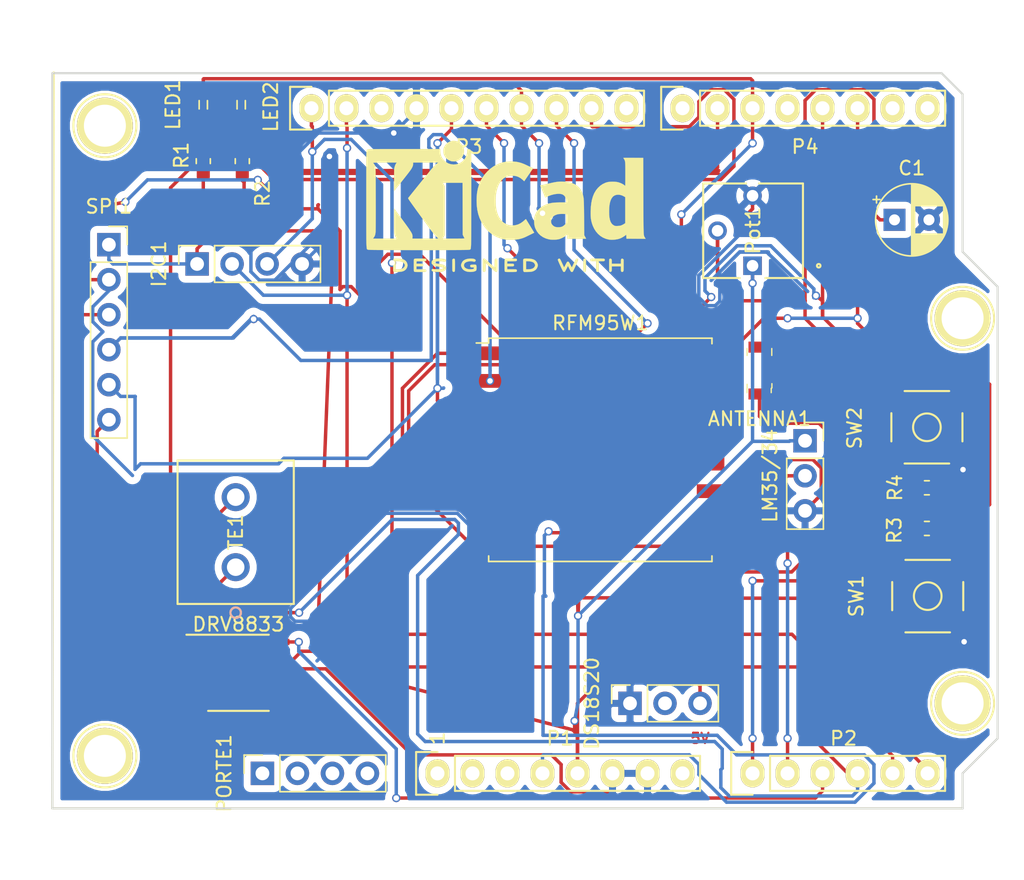
<source format=kicad_pcb>
(kicad_pcb (version 20171130) (host pcbnew "(5.1.5)-3")
  (title_block (title "Atmega328PB Shield") (date 2020-04-27) (rev 1) (company "University of Nevada, Las Vegas") (comment 1 "Created by Xianjie Cao"))
  (layers (0 F.Cu signal) (31 B.Cu signal) (34 B.Paste user) (35 F.Paste user) (36 B.SilkS user) (37 F.SilkS user) (38 B.Mask user) (39 F.Mask user) (44 Edge.Cuts user))
  (net 0 "")
  (net 1 /IOREF)
  (net 2 /Reset)
  (net 3 +5V)
  (net 4 GND)
  (net 5 /Vin)
  (net 6 /A0)
  (net 7 /A1)
  (net 8 /A2)
  (net 9 /A3)
  (net 10 /AREF)
  (net 11 "/A4(SDA)")
  (net 12 "/A5(SCL)")
  (net 13 "/9(**)")
  (net 14 /8)
  (net 15 /7)
  (net 16 "/6(**)")
  (net 17 "/5(**)")
  (net 18 /4)
  (net 19 "/3(**)")
  (net 20 /2)
  (net 21 "/1(Tx)")
  (net 22 "/0(Rx)")
  (net 23 "Net-(P5-Pad1)")
  (net 24 "Net-(P6-Pad1)")
  (net 25 "Net-(P7-Pad1)")
  (net 26 "Net-(P8-Pad1)")
  (net 27 "/13(SCK)")
  (net 28 "/10(**/SS)")
  (net 29 "Net-(P1-Pad1)")
  (net 30 +3V3)
  (net 31 "/12(MISO)")
  (net 32 "/11(**/MOSI)")
  (net 33 "Net-(LED1-Pad1)")
  (net 34 "Net-(LED2-Pad1)")
  (net 35 "Net-(SW1-Pad3)")
  (net 36 "Net-(SW1-Pad2)")
  (net 37 "Net-(SW2-Pad2)")
  (net 38 "Net-(SW2-Pad3)")
  (net 39 "Net-(PORTE1-Pad1)")
  (net 40 "Net-(PORTE1-Pad2)")
  (net 41 "Net-(PORTE1-Pad3)")
  (net 42 "Net-(PORTE1-Pad4)")
  (net 43 /A4)
  (net 44 "Net-(ANTENNA1-Pad1)")
  (net 45 "Net-(ANTENNA1-Pad2)")
  (net 46 "Net-(RFM95W1-Pad7)")
  (net 47 "Net-(RFM95W1-Pad11)")
  (net 48 "Net-(RFM95W1-Pad12)")
  (net 49 "Net-(RFM95W1-Pad16)")
  (net 50 "Net-(DRV8833-Pad1)")
  (net 51 "Net-(DRV8833-Pad2)")
  (net 52 "Net-(DRV8833-Pad3)")
  (net 53 "Net-(DRV8833-Pad4)")
  (net 54 "Net-(DRV8833-Pad5)")
  (net 55 "Net-(DRV8833-Pad6)")
  (net 56 "Net-(DRV8833-Pad7)")
  (net 57 "Net-(DRV8833-Pad8)")
  (net 58 "Net-(DRV8833-Pad9)")
  (net 59 "Net-(DRV8833-Pad10)")
  (net 60 "Net-(DRV8833-Pad11)")
  (module Symbol:KiCad-Logo2_8mm_SilkScreen (layer F.Cu) (at 143.898 81.865)
    (fp_text reference REF** hide)
    (fp_text value KiCad-Logo2_8mm_SilkScreen hide)
  )
  (module Socket_Arduino_Uno:Arduino_1pin (layer F.Cu) (at 177.038 90.805)
    (fp_text reference P8 hide)
    (fp_text value CONN_01X01 hide)
    (pad 1 thru_hole circle (at 0 0) (size 4.064 4.064) (drill 3.048) (layers *.Cu *.Mask F.SilkS) (net 26 "Net-(P8-Pad1)"))
  )
  (module RF_Module:HOPERF_RFM9XW_SMD (layer F.Cu) (at 150.753001 100.350001)
    (fp_text reference RFM95W1 (at 0 -9.2) (layer F.SilkS))
    (fp_text value RFM95W-915S2)
    (pad 1 smd rect (at -8 -7) (size 2 1) (layers F.Cu F.Paste F.Mask) (net 4 GND))
    (pad 2 smd rect (at -8 -5) (size 2 1) (layers F.Cu F.Paste F.Mask) (net 31 "/12(MISO)"))
    (pad 3 smd rect (at -8 -3) (size 2 1) (layers F.Cu F.Paste F.Mask) (net 32 "/11(**/MOSI)"))
    (pad 4 smd rect (at -8 -1) (size 2 1) (layers F.Cu F.Paste F.Mask) (net 27 "/13(SCK)"))
    (pad 5 smd rect (at -8 1) (size 2 1) (layers F.Cu F.Paste F.Mask) (net 28 "/10(**/SS)"))
    (pad 6 smd rect (at -8 3) (size 2 1) (layers F.Cu F.Paste F.Mask) (net 17 "/5(**)"))
    (pad 7 smd rect (at -8 5) (size 2 1) (layers F.Cu F.Paste F.Mask) (net 46 "Net-(RFM95W1-Pad7)"))
    (pad 8 smd rect (at -8 7) (size 2 1) (layers F.Cu F.Paste F.Mask) (net 4 GND))
    (pad 9 smd rect (at 8 7) (size 2 1) (layers F.Cu F.Paste F.Mask) (net 44 "Net-(ANTENNA1-Pad1)"))
    (pad 10 smd rect (at 8 5) (size 2 1) (layers F.Cu F.Paste F.Mask) (net 4 GND))
    (pad 11 smd rect (at 8 3) (size 2 1) (layers F.Cu F.Paste F.Mask) (net 47 "Net-(RFM95W1-Pad11)"))
    (pad 12 smd rect (at 8 1) (size 2 1) (layers F.Cu F.Paste F.Mask) (net 48 "Net-(RFM95W1-Pad12)"))
    (pad 13 smd rect (at 8 -1) (size 2 1) (layers F.Cu F.Paste F.Mask) (net 30 +3V3))
    (pad 14 smd rect (at 8 -3) (size 2 1) (layers F.Cu F.Paste F.Mask) (net 20 /2))
    (pad 15 smd rect (at 8 -5) (size 2 1) (layers F.Cu F.Paste F.Mask) (net 19 "/3(**)"))
    (pad 16 smd rect (at 8 -7) (size 2 1) (layers F.Cu F.Paste F.Mask) (net 49 "Net-(RFM95W1-Pad16)"))
  )
  (module pushbutton:8-1437565-1 (layer F.Cu) (at 174.508 110.965)
    (fp_text reference SW1 (at -5.18 0 90) (layer F.SilkS))
    (fp_text value 8-1437565-1 hide)
    (pad 2 smd rect (at 2.6416 -1.849999) (size 1.7018 0.9906) (layers F.Cu F.Paste F.Mask) (net 36 "Net-(SW1-Pad2)"))
    (pad 4 smd rect (at 2.6416 1.849999) (size 1.7018 0.9906) (layers F.Cu F.Paste F.Mask) (net 4 GND))
    (pad 3 smd rect (at -2.6416 1.849999) (size 1.7018 0.9906) (layers F.Cu F.Paste F.Mask) (net 35 "Net-(SW1-Pad3)"))
    (pad 1 smd rect (at -2.6416 -1.849999) (size 1.7018 0.9906) (layers F.Cu F.Paste F.Mask) (net 20 /2))
  )
  (module pushbutton:8-1437565-1 (layer F.Cu) (at 174.448 98.715)
    (fp_text reference SW2 (at -5.25 0.06 90) (layer F.SilkS))
    (fp_text value 8-1437565-1 hide)
    (pad 2 smd rect (at 2.6416 -1.849999) (size 1.7018 0.9906) (layers F.Cu F.Paste F.Mask) (net 37 "Net-(SW2-Pad2)"))
    (pad 4 smd rect (at 2.6416 1.849999) (size 1.7018 0.9906) (layers F.Cu F.Paste F.Mask) (net 4 GND))
    (pad 3 smd rect (at -2.6416 1.849999) (size 1.7018 0.9906) (layers F.Cu F.Paste F.Mask) (net 38 "Net-(SW2-Pad3)"))
    (pad 1 smd rect (at -2.6416 -1.849999) (size 1.7018 0.9906) (layers F.Cu F.Paste F.Mask) (net 19 "/3(**)"))
  )
  (module Resistor_SMD:R_0603_1608Metric_Pad1.05x0.95mm_HandSolder (layer F.Cu) (at 124.778 79.405 90)
    (fp_text reference R2 (at -2.34 1.47 90) (layer F.SilkS))
    (fp_text value 1K hide)
    (pad 2 smd roundrect (at 0.875 0 90) (size 1.05 0.95) (layers F.Cu F.Paste F.Mask) (net 34 "Net-(LED2-Pad1)"))
    (pad 1 smd roundrect (at -0.875 0 90) (size 1.05 0.95) (layers F.Cu F.Paste F.Mask) (net 3 +5V))
  )
  (module Resistor_SMD:R_0603_1608Metric_Pad1.05x0.95mm_HandSolder (layer F.Cu) (at 121.948 79.405 90)
    (fp_text reference R1 (at 0.415 -1.59 90) (layer F.SilkS))
    (fp_text value 1K hide)
    (pad 1 smd roundrect (at -0.875 0 90) (size 1.05 0.95) (layers F.Cu F.Paste F.Mask) (net 3 +5V))
    (pad 2 smd roundrect (at 0.875 0 90) (size 1.05 0.95) (layers F.Cu F.Paste F.Mask) (net 33 "Net-(LED1-Pad1)"))
  )
  (module Resistor_SMD:R_0603_1608Metric_Pad1.05x0.95mm_HandSolder (layer F.Cu) (at 174.448 106.055 180)
    (fp_text reference R3 (at 2.36 -0.14 90) (layer F.SilkS))
    (fp_text value 100 hide)
    (pad 2 smd roundrect (at 0.875 0 180) (size 1.05 0.95) (layers F.Cu F.Paste F.Mask) (net 3 +5V))
    (pad 1 smd roundrect (at -0.875 0 180) (size 1.05 0.95) (layers F.Cu F.Paste F.Mask) (net 20 /2))
  )
  (module Resistor_SMD:R_0603_1608Metric_Pad1.05x0.95mm_HandSolder (layer F.Cu) (at 174.448 103.105)
    (fp_text reference R4 (at -2.31 0 90) (layer F.SilkS))
    (fp_text value 100 hide)
    (pad 2 smd roundrect (at 0.875 0) (size 1.05 0.95) (layers F.Cu F.Paste F.Mask) (net 3 +5V))
    (pad 1 smd roundrect (at -0.875 0) (size 1.05 0.95) (layers F.Cu F.Paste F.Mask) (net 19 "/3(**)"))
  )
  (module Socket_Arduino_Uno:Socket_Strip_Arduino_1x08 (layer F.Cu) (at 138.938 123.825)
    (fp_text reference P1 (at 8.89 -2.54) (layer F.SilkS))
    (fp_text value Power)
    (pad 1 thru_hole oval (at 0 0) (size 1.7272 2.032) (drill 1.016) (layers *.Cu *.Mask F.SilkS) (net 29 "Net-(P1-Pad1)"))
    (pad 2 thru_hole oval (at 2.54 0) (size 1.7272 2.032) (drill 1.016) (layers *.Cu *.Mask F.SilkS) (net 1 /IOREF))
    (pad 3 thru_hole oval (at 5.08 0) (size 1.7272 2.032) (drill 1.016) (layers *.Cu *.Mask F.SilkS) (net 2 /Reset))
    (pad 4 thru_hole oval (at 7.62 0) (size 1.7272 2.032) (drill 1.016) (layers *.Cu *.Mask F.SilkS) (net 30 +3V3))
    (pad 5 thru_hole oval (at 10.16 0) (size 1.7272 2.032) (drill 1.016) (layers *.Cu *.Mask F.SilkS) (net 3 +5V))
    (pad 6 thru_hole oval (at 12.7 0) (size 1.7272 2.032) (drill 1.016) (layers *.Cu *.Mask F.SilkS) (net 4 GND))
    (pad 7 thru_hole oval (at 15.24 0) (size 1.7272 2.032) (drill 1.016) (layers *.Cu *.Mask F.SilkS) (net 4 GND))
    (pad 8 thru_hole oval (at 17.78 0) (size 1.7272 2.032) (drill 1.016) (layers *.Cu *.Mask F.SilkS) (net 5 /Vin))
  )
  (module Socket_Arduino_Uno:Socket_Strip_Arduino_1x06 (layer F.Cu) (at 161.798 123.825)
    (fp_text reference P2 (at 6.604 -2.54) (layer F.SilkS))
    (fp_text value Analog)
    (pad 1 thru_hole oval (at 0 0) (size 1.7272 2.032) (drill 1.016) (layers *.Cu *.Mask F.SilkS) (net 6 /A0))
    (pad 2 thru_hole oval (at 2.54 0) (size 1.7272 2.032) (drill 1.016) (layers *.Cu *.Mask F.SilkS) (net 7 /A1))
    (pad 3 thru_hole oval (at 5.08 0) (size 1.7272 2.032) (drill 1.016) (layers *.Cu *.Mask F.SilkS) (net 8 /A2))
    (pad 4 thru_hole oval (at 7.62 0) (size 1.7272 2.032) (drill 1.016) (layers *.Cu *.Mask F.SilkS) (net 9 /A3))
    (pad 5 thru_hole oval (at 10.16 0) (size 1.7272 2.032) (drill 1.016) (layers *.Cu *.Mask F.SilkS) (net 11 "/A4(SDA)"))
    (pad 6 thru_hole oval (at 12.7 0) (size 1.7272 2.032) (drill 1.016) (layers *.Cu *.Mask F.SilkS) (net 12 "/A5(SCL)"))
  )
  (module Socket_Arduino_Uno:Socket_Strip_Arduino_1x10 (layer F.Cu) (at 129.794 75.565)
    (fp_text reference P3 (at 11.43 2.794) (layer F.SilkS))
    (fp_text value Digital)
    (pad 1 thru_hole oval (at 0 0) (size 1.7272 2.032) (drill 1.016) (layers *.Cu *.Mask F.SilkS) (net 12 "/A5(SCL)"))
    (pad 2 thru_hole oval (at 2.54 0) (size 1.7272 2.032) (drill 1.016) (layers *.Cu *.Mask F.SilkS) (net 11 "/A4(SDA)"))
    (pad 3 thru_hole oval (at 5.08 0) (size 1.7272 2.032) (drill 1.016) (layers *.Cu *.Mask F.SilkS) (net 10 /AREF))
    (pad 4 thru_hole oval (at 7.62 0) (size 1.7272 2.032) (drill 1.016) (layers *.Cu *.Mask F.SilkS) (net 4 GND))
    (pad 5 thru_hole oval (at 10.16 0) (size 1.7272 2.032) (drill 1.016) (layers *.Cu *.Mask F.SilkS) (net 27 "/13(SCK)"))
    (pad 6 thru_hole oval (at 12.7 0) (size 1.7272 2.032) (drill 1.016) (layers *.Cu *.Mask F.SilkS) (net 31 "/12(MISO)"))
    (pad 7 thru_hole oval (at 15.24 0) (size 1.7272 2.032) (drill 1.016) (layers *.Cu *.Mask F.SilkS) (net 32 "/11(**/MOSI)"))
    (pad 8 thru_hole oval (at 17.78 0) (size 1.7272 2.032) (drill 1.016) (layers *.Cu *.Mask F.SilkS) (net 28 "/10(**/SS)"))
    (pad 9 thru_hole oval (at 20.32 0) (size 1.7272 2.032) (drill 1.016) (layers *.Cu *.Mask F.SilkS) (net 13 "/9(**)"))
    (pad 10 thru_hole oval (at 22.86 0) (size 1.7272 2.032) (drill 1.016) (layers *.Cu *.Mask F.SilkS) (net 14 /8))
  )
  (module Socket_Arduino_Uno:Socket_Strip_Arduino_1x08 (layer F.Cu) (at 156.718 75.565)
    (fp_text reference P4 (at 8.89 2.794) (layer F.SilkS))
    (fp_text value Digital)
    (pad 1 thru_hole oval (at 0 0) (size 1.7272 2.032) (drill 1.016) (layers *.Cu *.Mask F.SilkS) (net 15 /7))
    (pad 2 thru_hole oval (at 2.54 0) (size 1.7272 2.032) (drill 1.016) (layers *.Cu *.Mask F.SilkS) (net 16 "/6(**)"))
    (pad 3 thru_hole oval (at 5.08 0) (size 1.7272 2.032) (drill 1.016) (layers *.Cu *.Mask F.SilkS) (net 17 "/5(**)"))
    (pad 4 thru_hole oval (at 7.62 0) (size 1.7272 2.032) (drill 1.016) (layers *.Cu *.Mask F.SilkS) (net 18 /4))
    (pad 5 thru_hole oval (at 10.16 0) (size 1.7272 2.032) (drill 1.016) (layers *.Cu *.Mask F.SilkS) (net 19 "/3(**)"))
    (pad 6 thru_hole oval (at 12.7 0) (size 1.7272 2.032) (drill 1.016) (layers *.Cu *.Mask F.SilkS) (net 20 /2))
    (pad 7 thru_hole oval (at 15.24 0) (size 1.7272 2.032) (drill 1.016) (layers *.Cu *.Mask F.SilkS) (net 21 "/1(Tx)"))
    (pad 8 thru_hole oval (at 17.78 0) (size 1.7272 2.032) (drill 1.016) (layers *.Cu *.Mask F.SilkS) (net 22 "/0(Rx)"))
  )
  (module Socket_Arduino_Uno:Arduino_1pin (layer F.Cu) (at 114.808 122.555)
    (fp_text reference P5 hide)
    (fp_text value CONN_01X01 hide)
    (pad 1 thru_hole circle (at 0 0) (size 4.064 4.064) (drill 3.048) (layers *.Cu *.Mask F.SilkS) (net 23 "Net-(P5-Pad1)"))
  )
  (module Socket_Arduino_Uno:Arduino_1pin (layer F.Cu) (at 177.038 118.745)
    (fp_text reference P6 hide)
    (fp_text value CONN_01X01 hide)
    (pad 1 thru_hole circle (at 0 0) (size 4.064 4.064) (drill 3.048) (layers *.Cu *.Mask F.SilkS) (net 24 "Net-(P6-Pad1)"))
  )
  (module Socket_Arduino_Uno:Arduino_1pin (layer F.Cu) (at 114.808 76.835)
    (fp_text reference P7 hide)
    (fp_text value CONN_01X01 hide)
    (pad 1 thru_hole circle (at 0 0) (size 4.064 4.064) (drill 3.048) (layers *.Cu *.Mask F.SilkS) (net 25 "Net-(P7-Pad1)"))
  )
  (module digikey-footprints:0603 (layer F.Cu) (at 121.948 75.315 90)
    (fp_text reference LED1 (at 0 -2.2 90) (layer F.SilkS))
    (fp_text value LTST-C193TBKT-5A)
    (pad 2 smd rect (at 0.7 0 90) (size 0.6 0.8) (layers F.Cu F.Paste F.Mask) (net 17 "/5(**)"))
    (pad 1 smd rect (at -0.7 0 90) (size 0.6 0.8) (layers F.Cu F.Paste F.Mask) (net 33 "Net-(LED1-Pad1)"))
  )
  (module digikey-footprints:0603 (layer F.Cu) (at 124.698 75.315 90)
    (fp_text reference LED2 (at -0.15 2.15 90) (layer F.SilkS))
    (fp_text value LTST-C193TBKT-5A)
    (pad 1 smd rect (at -0.7 0 90) (size 0.6 0.8) (layers F.Cu F.Paste F.Mask) (net 34 "Net-(LED2-Pad1)"))
    (pad 2 smd rect (at 0.7 0 90) (size 0.6 0.8) (layers F.Cu F.Paste F.Mask) (net 16 "/6(**)"))
  )
  (module potentiometer:3362P-1-103LF (layer F.Cu) (at 161.798 86.995 90)
    (fp_text reference Pot1 (at 2.54 0.0381 90) (layer F.SilkS))
    (fp_text value 10K hide)
    (pad 3 thru_hole circle (at 5.08 0 90) (size 1.3462 1.3462) (drill 0.8382) (layers *.Cu *.Mask) (net 4 GND))
    (pad 2 thru_hole circle (at 2.54 -2.54 90) (size 1.3462 1.3462) (drill 0.8382) (layers *.Cu *.Mask) (net 6 /A0))
    (pad 1 thru_hole rect (at 0 0 90) (size 1.3462 1.3462) (drill 0.8382) (layers *.Cu *.Mask) (net 3 +5V))
  )
  (module Connector_PinSocket_2.54mm:PinSocket_1x03_P2.54mm_Vertical (layer F.Cu) (at 165.608 99.695)
    (fp_text reference LM35/34 (at -2.54 2.54 90) (layer F.SilkS))
    (fp_text value Conn_01x03_Female hide)
    (pad 1 thru_hole rect (at 0 0) (size 1.7 1.7) (drill 1) (layers *.Cu *.Mask) (net 3 +5V))
    (pad 2 thru_hole oval (at 0 2.54) (size 1.7 1.7) (drill 1) (layers *.Cu *.Mask) (net 7 /A1))
    (pad 3 thru_hole oval (at 0 5.08) (size 1.7 1.7) (drill 1) (layers *.Cu *.Mask) (net 4 GND))
  )
  (module Connector_PinSocket_2.54mm:PinSocket_1x04_P2.54mm_Vertical (layer F.Cu) (at 126.238 123.825 90)
    (fp_text reference PORTE1 (at 0 -2.77 90) (layer F.SilkS))
    (fp_text value Conn_01x04_Female)
    (pad 1 thru_hole rect (at 0 0 90) (size 1.7 1.7) (drill 1) (layers *.Cu *.Mask) (net 39 "Net-(PORTE1-Pad1)"))
    (pad 2 thru_hole oval (at 0 2.54 90) (size 1.7 1.7) (drill 1) (layers *.Cu *.Mask) (net 40 "Net-(PORTE1-Pad2)"))
    (pad 3 thru_hole oval (at 0 5.08 90) (size 1.7 1.7) (drill 1) (layers *.Cu *.Mask) (net 41 "Net-(PORTE1-Pad3)"))
    (pad 4 thru_hole oval (at 0 7.62 90) (size 1.7 1.7) (drill 1) (layers *.Cu *.Mask) (net 42 "Net-(PORTE1-Pad4)"))
  )
  (module Connector_PinSocket_2.54mm:PinSocket_1x03_P2.54mm_Vertical (layer F.Cu) (at 152.908 118.745 90)
    (fp_text reference DS18S20 (at 0 -2.77 90) (layer F.SilkS))
    (fp_text value Conn_01x03_Female)
    (pad 1 thru_hole rect (at 0 0 90) (size 1.7 1.7) (drill 1) (layers *.Cu *.Mask) (net 4 GND))
    (pad 2 thru_hole oval (at 0 2.54 90) (size 1.7 1.7) (drill 1) (layers *.Cu *.Mask) (net 43 /A4))
    (pad 3 thru_hole oval (at 0 5.08 90) (size 1.7 1.7) (drill 1) (layers *.Cu *.Mask) (net 3 +5V))
  )
  (module digikey-footprints:Antenna_1.6x3.2mm_2450AT18A100E (layer F.Cu) (at 162.303001 94.600001 180)
    (fp_text reference ANTENNA1 (at 0 -3.5) (layer F.SilkS))
    (fp_text value 2450AT18A100E)
    (pad 1 smd rect (at 0 -1.7 180) (size 1.6 0.8) (layers F.Cu F.Paste F.Mask) (net 44 "Net-(ANTENNA1-Pad1)"))
    (pad 2 smd rect (at 0 1.7 180) (size 1.6 0.8) (layers F.Cu F.Paste F.Mask) (net 45 "Net-(ANTENNA1-Pad2)"))
  )
  (module Package_SO:TSSOP-16_4.4x5mm_P0.65mm (layer F.Cu) (at 124.498 116.565)
    (fp_text reference DRV8833 (at 0 -3.55) (layer F.SilkS))
    (fp_text value DRV8833PW)
    (pad 1 smd rect (at -2.95 -2.275) (size 1.5 0.45) (layers F.Cu F.Paste F.Mask) (net 50 "Net-(DRV8833-Pad1)"))
    (pad 2 smd rect (at -2.95 -1.625) (size 1.5 0.45) (layers F.Cu F.Paste F.Mask) (net 51 "Net-(DRV8833-Pad2)"))
    (pad 3 smd rect (at -2.95 -0.975) (size 1.5 0.45) (layers F.Cu F.Paste F.Mask) (net 52 "Net-(DRV8833-Pad3)"))
    (pad 4 smd rect (at -2.95 -0.325) (size 1.5 0.45) (layers F.Cu F.Paste F.Mask) (net 53 "Net-(DRV8833-Pad4)"))
    (pad 5 smd rect (at -2.95 0.325) (size 1.5 0.45) (layers F.Cu F.Paste F.Mask) (net 54 "Net-(DRV8833-Pad5)"))
    (pad 6 smd rect (at -2.95 0.975) (size 1.5 0.45) (layers F.Cu F.Paste F.Mask) (net 55 "Net-(DRV8833-Pad6)"))
    (pad 7 smd rect (at -2.95 1.625) (size 1.5 0.45) (layers F.Cu F.Paste F.Mask) (net 56 "Net-(DRV8833-Pad7)"))
    (pad 8 smd rect (at -2.95 2.275) (size 1.5 0.45) (layers F.Cu F.Paste F.Mask) (net 57 "Net-(DRV8833-Pad8)"))
    (pad 9 smd rect (at 2.95 2.275) (size 1.5 0.45) (layers F.Cu F.Paste F.Mask) (net 58 "Net-(DRV8833-Pad9)"))
    (pad 10 smd rect (at 2.95 1.625) (size 1.5 0.45) (layers F.Cu F.Paste F.Mask) (net 59 "Net-(DRV8833-Pad10)"))
    (pad 11 smd rect (at 2.95 0.975) (size 1.5 0.45) (layers F.Cu F.Paste F.Mask) (net 60 "Net-(DRV8833-Pad11)"))
    (pad 12 smd rect (at 2.95 0.325) (size 1.5 0.45) (layers F.Cu F.Paste F.Mask) (net 13 "/9(**)"))
    (pad 13 smd rect (at 2.95 -0.325) (size 1.5 0.45) (layers F.Cu F.Paste F.Mask) (net 4 GND))
    (pad 14 smd rect (at 2.95 -0.975) (size 1.5 0.45) (layers F.Cu F.Paste F.Mask) (net 3 +5V))
    (pad 15 smd rect (at 2.95 -1.625) (size 1.5 0.45) (layers F.Cu F.Paste F.Mask) (net 9 /A3))
    (pad 16 smd rect (at 2.95 -2.275) (size 1.5 0.45) (layers F.Cu F.Paste F.Mask) (net 8 /A2))
  )
  (module TE:282837-2 (layer F.Cu) (at 124.298 108.865 90)
    (fp_text reference TE1 (at 2.54 0 90) (layer F.SilkS))
    (fp_text value 282837-2 hide)
    (fp_text user * (at 0 0 90) (layer F.SilkS))
    (pad 1 thru_hole circle (at 0 0 90) (size 2.032 2.032) (drill 1.27) (layers *.Cu *.Mask) (net 51 "Net-(DRV8833-Pad2)"))
    (pad 2 thru_hole circle (at 5.08 0 90) (size 2.032 2.032) (drill 1.27) (layers *.Cu *.Mask) (net 53 "Net-(DRV8833-Pad4)"))
  )
  (module Connector_PinSocket_2.54mm:PinSocket_1x04_P2.54mm_Vertical (layer F.Cu) (at 121.498 86.865 90)
    (fp_text reference I2C1 (at 0 -2.77 90) (layer F.SilkS))
    (fp_text value Conn_01x04_Female)
    (pad 1 thru_hole rect (at 0 0 90) (size 1.7 1.7) (drill 1) (layers *.Cu *.Mask) (net 3 +5V))
    (pad 2 thru_hole oval (at 0 2.54 90) (size 1.7 1.7) (drill 1) (layers *.Cu *.Mask) (net 11 "/A4(SDA)"))
    (pad 3 thru_hole oval (at 0 5.08 90) (size 1.7 1.7) (drill 1) (layers *.Cu *.Mask) (net 12 "/A5(SCL)"))
    (pad 4 thru_hole oval (at 0 7.62 90) (size 1.7 1.7) (drill 1) (layers *.Cu *.Mask) (net 4 GND))
  )
  (module Connector_PinSocket_2.54mm:PinSocket_1x06_P2.54mm_Vertical (layer F.Cu) (at 115.098 85.465)
    (fp_text reference SPI1 (at 0 -2.77) (layer F.SilkS))
    (fp_text value Conn_01x06_Female)
    (pad 1 thru_hole rect (at 0 0) (size 1.7 1.7) (drill 1) (layers *.Cu *.Mask) (net 3 +5V))
    (pad 2 thru_hole oval (at 0 2.54) (size 1.7 1.7) (drill 1) (layers *.Cu *.Mask) (net 28 "/10(**/SS)"))
    (pad 3 thru_hole oval (at 0 5.08) (size 1.7 1.7) (drill 1) (layers *.Cu *.Mask) (net 32 "/11(**/MOSI)"))
    (pad 4 thru_hole oval (at 0 7.62) (size 1.7 1.7) (drill 1) (layers *.Cu *.Mask) (net 31 "/12(MISO)"))
    (pad 5 thru_hole oval (at 0 10.16) (size 1.7 1.7) (drill 1) (layers *.Cu *.Mask) (net 27 "/13(SCK)"))
    (pad 6 thru_hole oval (at 0 12.7) (size 1.7 1.7) (drill 1) (layers *.Cu *.Mask) (net 4 GND))
  )
  (module Capacitor_THT:CP_Radial_D5.0mm_P2.50mm (layer F.Cu) (at 172.098 83.665)
    (fp_text reference C1 (at 1.25 -3.75) (layer F.SilkS))
    (fp_text value 0.1uF)
    (pad 1 thru_hole rect (at 0 0) (size 1.6 1.6) (drill 0.8) (layers *.Cu *.Mask) (net 6 /A0))
    (pad 2 thru_hole circle (at 2.5 0) (size 1.6 1.6) (drill 0.8) (layers *.Cu *.Mask) (net 4 GND))
  )
  (gr_line (start 110.998 126.365) (end 176.998 126.365) (layer F.SilkS) (width 0.15))
  (gr_line (start 111.098 72.965) (end 110.998 126.365) (layer F.SilkS) (width 0.15))
  (gr_text "5V\n" (at 157.988 121.285) (layer F.Cu) (effects (font (size 0.75 0.75))))
  (gr_line (start 110.998 73.025) (end 110.998 126.365) (angle 90) (layer Edge.Cuts) (width 0.15))
  (gr_text 1 (at 138.938 121.285 90) (layer F.SilkS) (effects (font (size 1 1))))
  (gr_line (start 177.038 74.549) (end 175.514 73.025) (angle 90) (layer Edge.Cuts) (width 0.15))
  (gr_line (start 177.038 85.979) (end 177.038 74.549) (angle 90) (layer Edge.Cuts) (width 0.15))
  (gr_line (start 179.578 88.519) (end 177.038 85.979) (angle 90) (layer Edge.Cuts) (width 0.15))
  (gr_line (start 179.578 121.285) (end 179.578 88.519) (angle 90) (layer Edge.Cuts) (width 0.15))
  (gr_line (start 177.038 123.825) (end 179.578 121.285) (angle 90) (layer Edge.Cuts) (width 0.15))
  (gr_line (start 177.038 126.365) (end 177.038 123.825) (angle 90) (layer Edge.Cuts) (width 0.15))
  (gr_line (start 110.998 126.365) (end 177.038 126.365) (angle 90) (layer Edge.Cuts) (width 0.15))
  (gr_line (start 175.514 73.025) (end 110.998 73.025) (angle 90) (layer Edge.Cuts) (width 0.15))
  (segment (start 149.138 111.225) (end 149.138 111.225) (width 0.25) (layer F.Cu) (net 3))
  (segment (start 161.798 88.265) (end 161.798 88.265) (width 0.25) (layer F.Cu) (net 3))
  (segment (start 149.098 118.745) (end 149.098 121.285) (width 0.25) (layer F.Cu) (net 3))
  (segment (start 149.098 121.015) (end 149.098 123.825) (width 0.25) (layer F.Cu) (net 3))
  (segment (start 124.778 80.805) (end 124.908 80.935) (width 0.25) (layer F.Cu) (net 3))
  (segment (start 124.778 80.28) (end 124.778 80.805) (width 0.25) (layer F.Cu) (net 3))
  (segment (start 124.908 80.935) (end 124.908 83.775) (width 0.25) (layer F.Cu) (net 3))
  (segment (start 121.948 83.045) (end 121.948 80.28) (width 0.25) (layer F.Cu) (net 3))
  (segment (start 124.748 83.315) (end 122.218 83.315) (width 0.25) (layer F.Cu) (net 3))
  (segment (start 124.908 83.775) (end 124.848 83.415) (width 0.25) (layer F.Cu) (net 3))
  (segment (start 124.848 83.415) (end 124.748 83.315) (width 0.25) (layer F.Cu) (net 3))
  (segment (start 175.323 104.305) (end 173.573 106.055) (width 0.25) (layer F.Cu) (net 3))
  (segment (start 175.323 103.105) (end 175.323 104.305) (width 0.25) (layer F.Cu) (net 3))
  (segment (start 148.888 120.805) (end 149.098 121.015) (width 0.25) (layer F.Cu) (net 3))
  (segment (start 149.138 112.395) (end 149.188 111.275) (width 0.25) (layer F.Cu) (net 3))
  (via (at 149.138 112.395) (size 0.6) (drill 0.4) (layers F.Cu B.Cu) (net 3))
  (segment (start 148.888 120.015) (end 149.138 118.705) (width 0.25) (layer B.Cu) (net 3))
  (via (at 148.888 120.015) (size 0.6) (drill 0.4) (layers F.Cu B.Cu) (net 3))
  (segment (start 149.138 118.705) (end 149.138 112.395) (width 0.25) (layer B.Cu) (net 3))
  (segment (start 148.888 120.805) (end 148.888 120.015) (width 0.25) (layer F.Cu) (net 3))
  (segment (start 166.878 111.125) (end 171.958 106.045) (width 0.25) (layer F.Cu) (net 3))
  (segment (start 149.138 112.395) (end 149.098 111.085) (width 0.25) (layer F.Cu) (net 3))
  (segment (start 149.098 111.085) (end 166.878 111.125) (width 0.25) (layer F.Cu) (net 3))
  (segment (start 161.798 86.995) (end 161.798 88.265) (width 0.25) (layer B.Cu) (net 3))
  (segment (start 161.798 86.995) (end 161.798 88.265) (width 0.25) (layer F.Cu) (net 3))
  (via (at 161.798 88.265) (size 0.6) (drill 0.4) (layers F.Cu B.Cu) (net 3))
  (segment (start 161.798 99.735) (end 149.138 112.395) (width 0.25) (layer B.Cu) (net 3))
  (segment (start 161.798 88.265) (end 161.798 99.735) (width 0.25) (layer B.Cu) (net 3))
  (segment (start 157.988 117.475) (end 157.06801 116.55501) (width 0.25) (layer F.Cu) (net 3))
  (segment (start 157.988 118.745) (end 157.988 117.475) (width 0.25) (layer F.Cu) (net 3))
  (segment (start 151.28799 116.55501) (end 149.098 118.745) (width 0.25) (layer F.Cu) (net 3))
  (segment (start 157.06801 116.55501) (end 151.28799 116.55501) (width 0.25) (layer F.Cu) (net 3))
  (segment (start 149.098 121.285) (end 149.098 123.825) (width 0.25) (layer F.Cu) (net 3))
  (segment (start 148.748 120.665) (end 148.888 120.805) (width 0.25) (layer F.Cu) (net 3))
  (segment (start 131.798 116.265) (end 148.748 120.665) (width 0.25) (layer F.Cu) (net 3))
  (segment (start 131.798 116.265) (end 131.498 116.265) (width 0.25) (layer F.Cu) (net 3))
  (segment (start 131.498 116.265) (end 130.198 114.965) (width 0.25) (layer F.Cu) (net 3))
  (segment (start 129.073 114.965) (end 130.198 114.965) (width 0.25) (layer F.Cu) (net 3))
  (segment (start 128.448 115.59) (end 129.073 114.965) (width 0.25) (layer F.Cu) (net 3))
  (segment (start 127.448 115.59) (end 128.448 115.59) (width 0.25) (layer F.Cu) (net 3))
  (segment (start 164.508 99.695) (end 164.468 99.735) (width 0.25) (layer B.Cu) (net 3))
  (segment (start 164.468 99.735) (end 161.798 99.735) (width 0.25) (layer B.Cu) (net 3))
  (segment (start 165.608 99.695) (end 164.508 99.695) (width 0.25) (layer B.Cu) (net 3))
  (segment (start 171.968 106.055) (end 173.573 106.055) (width 0.25) (layer F.Cu) (net 3))
  (segment (start 171.958 106.045) (end 171.968 106.055) (width 0.25) (layer F.Cu) (net 3))
  (segment (start 124.848 83.615) (end 124.848 83.415) (width 0.25) (layer F.Cu) (net 3))
  (segment (start 125.698 84.465) (end 124.848 83.615) (width 0.25) (layer F.Cu) (net 3))
  (segment (start 129.898 84.465) (end 125.698 84.465) (width 0.25) (layer F.Cu) (net 3))
  (segment (start 130.198 114.965) (end 131.398 84.665) (width 0.25) (layer F.Cu) (net 3))
  (segment (start 131.398 84.665) (end 129.898 84.465) (width 0.25) (layer F.Cu) (net 3))
  (segment (start 115.098 86.565) (end 115.098 85.465) (width 0.25) (layer B.Cu) (net 3))
  (segment (start 115.398 86.865) (end 115.098 86.565) (width 0.25) (layer B.Cu) (net 3))
  (segment (start 121.498 86.865) (end 115.398 86.865) (width 0.25) (layer B.Cu) (net 3))
  (segment (start 121.498 85.765) (end 122.098 85.165) (width 0.25) (layer F.Cu) (net 3))
  (segment (start 121.498 86.865) (end 121.498 85.765) (width 0.25) (layer F.Cu) (net 3))
  (segment (start 122.098 85.165) (end 122.098 83.165) (width 0.25) (layer F.Cu) (net 3))
  (segment (start 122.218 83.315) (end 122.098 83.165) (width 0.25) (layer F.Cu) (net 3))
  (segment (start 122.098 83.165) (end 121.948 83.045) (width 0.25) (layer F.Cu) (net 3))
  (segment (start 177.148 114.275) (end 177.148 114.275) (width 0.25) (layer F.Cu) (net 4))
  (segment (start 177.068 101.785) (end 177.068 101.785) (width 0.25) (layer F.Cu) (net 4))
  (segment (start 140.008 105.855) (end 136.398 102.245) (width 0.25) (layer F.Cu) (net 4))
  (segment (start 166.783001 103.599999) (end 166.457999 103.925001) (width 0.25) (layer F.Cu) (net 4))
  (segment (start 140.008 105.855) (end 133.072999 112.790001) (width 0.25) (layer B.Cu) (net 4))
  (segment (start 160.864899 85.996899) (end 158.798 88.063798) (width 0.25) (layer B.Cu) (net 4))
  (segment (start 161.798 82.866907) (end 160.898 83.766907) (width 0.25) (layer F.Cu) (net 4))
  (segment (start 165.798 88.865) (end 162.998 86.165) (width 0.25) (layer B.Cu) (net 4))
  (segment (start 133.072999 112.790001) (end 130.198 115.665) (width 0.25) (layer B.Cu) (net 4))
  (segment (start 161.798 81.915) (end 161.798 82.866907) (width 0.25) (layer F.Cu) (net 4))
  (segment (start 177.0896 106.8466) (end 177.518 107.275) (width 0.25) (layer B.Cu) (net 4))
  (segment (start 177.0896 101.310299) (end 177.068 101.331899) (width 0.25) (layer F.Cu) (net 4))
  (segment (start 177.0896 100.564999) (end 177.0896 101.310299) (width 0.25) (layer F.Cu) (net 4))
  (segment (start 177.068 101.331899) (end 177.068 101.785) (width 0.25) (layer F.Cu) (net 4))
  (segment (start 177.1496 113.560299) (end 177.148 113.561899) (width 0.25) (layer F.Cu) (net 4))
  (segment (start 177.1496 112.814999) (end 177.1496 113.560299) (width 0.25) (layer F.Cu) (net 4))
  (segment (start 177.148 113.561899) (end 177.148 114.275) (width 0.25) (layer F.Cu) (net 4))
  (via (at 177.068 101.785) (size 0.6) (drill 0.4) (layers F.Cu B.Cu) (net 4))
  (via (at 177.148 114.275) (size 0.6) (drill 0.4) (layers F.Cu B.Cu) (net 4))
  (segment (start 157.503001 106.100001) (end 158.253001 105.350001) (width 0.25) (layer F.Cu) (net 4))
  (segment (start 157.503001 106.600001) (end 157.503001 106.100001) (width 0.25) (layer F.Cu) (net 4))
  (segment (start 156.753001 107.350001) (end 157.503001 106.600001) (width 0.25) (layer F.Cu) (net 4))
  (segment (start 158.253001 105.350001) (end 158.753001 105.350001) (width 0.25) (layer F.Cu) (net 4))
  (segment (start 142.753001 107.350001) (end 156.753001 107.350001) (width 0.25) (layer F.Cu) (net 4))
  (segment (start 141.503001 107.350001) (end 140.008 105.855) (width 0.25) (layer F.Cu) (net 4))
  (segment (start 142.753001 107.350001) (end 141.503001 107.350001) (width 0.25) (layer F.Cu) (net 4))
  (segment (start 138.943001 93.350001) (end 142.753001 93.350001) (width 0.25) (layer F.Cu) (net 4))
  (segment (start 136.398 102.245) (end 136.398 95.885) (width 0.25) (layer F.Cu) (net 4))
  (segment (start 138.938 93.345) (end 138.943001 93.350001) (width 0.25) (layer F.Cu) (net 4))
  (segment (start 136.398 95.885) (end 138.938 93.345) (width 0.25) (layer F.Cu) (net 4))
  (segment (start 166.457999 103.925001) (end 165.608 104.775) (width 0.25) (layer F.Cu) (net 4))
  (segment (start 166.783001 101.670999) (end 166.783001 103.599999) (width 0.25) (layer F.Cu) (net 4))
  (segment (start 166.172001 101.059999) (end 166.783001 101.670999) (width 0.25) (layer F.Cu) (net 4))
  (segment (start 164.293003 101.059999) (end 166.172001 101.059999) (width 0.25) (layer F.Cu) (net 4))
  (segment (start 160.003001 105.350001) (end 164.293003 101.059999) (width 0.25) (layer F.Cu) (net 4))
  (segment (start 158.753001 105.350001) (end 160.003001 105.350001) (width 0.25) (layer F.Cu) (net 4))
  (segment (start 162.929899 85.996899) (end 160.864899 85.996899) (width 0.25) (layer B.Cu) (net 4))
  (segment (start 162.829898 85.996898) (end 162.998 86.165) (width 0.25) (layer B.Cu) (net 4))
  (segment (start 160.8649 85.996898) (end 162.829898 85.996898) (width 0.25) (layer B.Cu) (net 4))
  (segment (start 159.423001 87.438797) (end 160.8649 85.996898) (width 0.25) (layer B.Cu) (net 4))
  (segment (start 159.423001 89.565001) (end 159.423001 87.438797) (width 0.25) (layer B.Cu) (net 4))
  (segment (start 157.897981 89.289983) (end 158.497999 89.890001) (width 0.25) (layer B.Cu) (net 4))
  (segment (start 157.897981 87.690997) (end 157.897981 89.289983) (width 0.25) (layer B.Cu) (net 4))
  (segment (start 162.471099 83.117879) (end 157.897981 87.690997) (width 0.25) (layer B.Cu) (net 4))
  (segment (start 162.471099 82.588099) (end 162.471099 83.117879) (width 0.25) (layer B.Cu) (net 4))
  (segment (start 159.098001 89.890001) (end 159.423001 89.565001) (width 0.25) (layer B.Cu) (net 4))
  (segment (start 158.497999 89.890001) (end 159.098001 89.890001) (width 0.25) (layer B.Cu) (net 4))
  (segment (start 161.798 81.915) (end 162.471099 82.588099) (width 0.25) (layer B.Cu) (net 4))
  (segment (start 162.998 86.165) (end 162.929899 85.996899) (width 0.25) (layer B.Cu) (net 4))
  (segment (start 127.448 116.24) (end 128.448 116.24) (width 0.25) (layer F.Cu) (net 4))
  (segment (start 136.498 107.435002) (end 136.498 109.765) (width 0.25) (layer B.Cu) (net 4))
  (segment (start 151.638 125.091) (end 151.638 123.825) (width 0.25) (layer F.Cu) (net 4))
  (segment (start 151.56299 125.16601) (end 151.638 125.091) (width 0.25) (layer F.Cu) (net 4))
  (segment (start 147.90939 124.469738) (end 148.605662 125.16601) (width 0.25) (layer F.Cu) (net 4))
  (segment (start 147.90939 123.180262) (end 147.90939 124.469738) (width 0.25) (layer F.Cu) (net 4))
  (segment (start 147.213118 122.48399) (end 147.90939 123.180262) (width 0.25) (layer F.Cu) (net 4))
  (segment (start 148.605662 125.16601) (end 151.56299 125.16601) (width 0.25) (layer F.Cu) (net 4))
  (segment (start 130.83659 116.24) (end 137.08058 122.48399) (width 0.25) (layer F.Cu) (net 4))
  (segment (start 137.08058 122.48399) (end 147.213118 122.48399) (width 0.25) (layer F.Cu) (net 4))
  (segment (start 127.448 116.24) (end 130.83659 116.24) (width 0.25) (layer F.Cu) (net 4))
  (segment (start 135.183017 104.954981) (end 140.380802 104.954982) (width 0.25) (layer B.Cu) (net 4))
  (segment (start 133.072999 112.790001) (end 128.597999 112.790001) (width 0.25) (layer B.Cu) (net 4))
  (segment (start 128.272999 112.465001) (end 128.272999 111.864999) (width 0.25) (layer B.Cu) (net 4))
  (segment (start 140.380802 104.954982) (end 141.498 106.07218) (width 0.25) (layer B.Cu) (net 4))
  (segment (start 128.597999 112.790001) (end 128.272999 112.465001) (width 0.25) (layer B.Cu) (net 4))
  (segment (start 128.272999 111.864999) (end 135.183017 104.954981) (width 0.25) (layer B.Cu) (net 4))
  (segment (start 141.498 106.07218) (end 141.498 107.365) (width 0.25) (layer B.Cu) (net 4))
  (segment (start 129.118 86.865) (end 131.098 84.885) (width 0.25) (layer B.Cu) (net 4))
  (segment (start 131.098 84.885) (end 131.098 79.065) (width 0.25) (layer B.Cu) (net 4))
  (segment (start 131.098 79.065) (end 131.098 79.065) (width 0.25) (layer B.Cu) (net 4))
  (via (at 131.098 79.065) (size 0.6) (drill 0.4) (layers F.Cu B.Cu) (net 4))
  (segment (start 137.414 75.7174) (end 135.7664 77.365) (width 0.25) (layer B.Cu) (net 4))
  (segment (start 137.414 75.565) (end 137.414 75.7174) (width 0.25) (layer B.Cu) (net 4))
  (segment (start 135.7664 77.365) (end 135.7664 77.365) (width 0.25) (layer B.Cu) (net 4))
  (via (at 135.7664 77.365) (size 0.6) (drill 0.4) (layers F.Cu B.Cu) (net 4))
  (segment (start 131.098 79.489264) (end 131.098 79.065) (width 0.25) (layer B.Cu) (net 4))
  (segment (start 131.098 84.084002) (end 131.098 79.489264) (width 0.25) (layer B.Cu) (net 4))
  (segment (start 127.142001 88.040001) (end 131.098 84.084002) (width 0.25) (layer B.Cu) (net 4))
  (segment (start 125.402999 87.429001) (end 126.013999 88.040001) (width 0.25) (layer B.Cu) (net 4))
  (segment (start 125.402999 82.244999) (end 125.402999 87.429001) (width 0.25) (layer B.Cu) (net 4))
  (segment (start 130.282998 77.365) (end 125.402999 82.244999) (width 0.25) (layer B.Cu) (net 4))
  (segment (start 126.013999 88.040001) (end 127.142001 88.040001) (width 0.25) (layer B.Cu) (net 4))
  (segment (start 135.7664 77.365) (end 130.282998 77.365) (width 0.25) (layer B.Cu) (net 4))
  (segment (start 128.97301 116.76501) (end 128.348001 116.140001) (width 0.25) (layer F.Cu) (net 4))
  (segment (start 114.248001 99.014999) (end 114.248001 113.736413) (width 0.25) (layer F.Cu) (net 4))
  (segment (start 120.351599 119.840011) (end 128.644402 119.84001) (width 0.25) (layer F.Cu) (net 4))
  (segment (start 115.098 98.165) (end 114.248001 99.014999) (width 0.25) (layer F.Cu) (net 4))
  (segment (start 128.97301 119.511402) (end 128.97301 116.76501) (width 0.25) (layer F.Cu) (net 4))
  (segment (start 114.248001 113.736413) (end 120.351599 119.840011) (width 0.25) (layer F.Cu) (net 4))
  (segment (start 128.644402 119.84001) (end 128.97301 119.511402) (width 0.25) (layer F.Cu) (net 4))
  (segment (start 161.798 109.855) (end 161.798 109.855) (width 0.25) (layer F.Cu) (net 6))
  (segment (start 161.798 121.285) (end 161.798 121.285) (width 0.25) (layer F.Cu) (net 6))
  (segment (start 168.148 95.885) (end 168.148 97.155) (width 0.25) (layer F.Cu) (net 6))
  (segment (start 168.148 93.345) (end 168.148 97.155) (width 0.25) (layer F.Cu) (net 6))
  (segment (start 168.148 107.315) (end 168.148 108.585) (width 0.25) (layer F.Cu) (net 6))
  (segment (start 159.258 84.455) (end 159.258 86.386202) (width 0.25) (layer F.Cu) (net 6))
  (segment (start 159.258 84.455) (end 159.258 88.265) (width 0.25) (layer F.Cu) (net 6))
  (segment (start 159.258 88.265) (end 160.528 89.535) (width 0.25) (layer F.Cu) (net 6))
  (segment (start 160.528 89.535) (end 165.608 89.535) (width 0.25) (layer F.Cu) (net 6))
  (segment (start 165.608 89.535) (end 165.608 90.805) (width 0.25) (layer F.Cu) (net 6))
  (segment (start 165.608 90.805) (end 168.148 93.345) (width 0.25) (layer F.Cu) (net 6))
  (segment (start 168.148 97.155) (end 168.148 107.315) (width 0.25) (layer F.Cu) (net 6))
  (segment (start 168.148 108.585) (end 166.878 109.855) (width 0.25) (layer F.Cu) (net 6))
  (segment (start 166.878 109.855) (end 161.798 109.855) (width 0.25) (layer F.Cu) (net 6))
  (segment (start 161.798 123.825) (end 161.798 121.285) (width 0.25) (layer F.Cu) (net 6))
  (via (at 161.798 109.855) (size 0.6) (drill 0.4) (layers F.Cu B.Cu) (net 6))
  (via (at 161.798 121.285) (size 0.6) (drill 0.4) (layers F.Cu B.Cu) (net 6))
  (segment (start 161.798 109.855) (end 161.798 121.285) (width 0.25) (layer B.Cu) (net 6))
  (segment (start 165.608 75.001652) (end 165.608 89.535) (width 0.25) (layer F.Cu) (net 6))
  (segment (start 166.385662 74.22399) (end 165.608 75.001652) (width 0.25) (layer F.Cu) (net 6))
  (segment (start 169.910338 74.22399) (end 166.385662 74.22399) (width 0.25) (layer F.Cu) (net 6))
  (segment (start 170.60661 83.22361) (end 170.60661 74.920262) (width 0.25) (layer F.Cu) (net 6))
  (segment (start 170.60661 74.920262) (end 169.910338 74.22399) (width 0.25) (layer F.Cu) (net 6))
  (segment (start 171.048 83.665) (end 170.60661 83.22361) (width 0.25) (layer F.Cu) (net 6))
  (segment (start 172.098 83.665) (end 171.048 83.665) (width 0.25) (layer F.Cu) (net 6))
  (segment (start 164.338 121.285) (end 164.338 121.285) (width 0.25) (layer F.Cu) (net 7))
  (segment (start 164.338 108.585) (end 164.338 108.585) (width 0.25) (layer F.Cu) (net 7))
  (segment (start 165.608 102.235) (end 164.338 102.235) (width 0.25) (layer F.Cu) (net 7))
  (segment (start 164.338 102.235) (end 163.068 103.505) (width 0.25) (layer F.Cu) (net 7))
  (segment (start 163.068 103.505) (end 163.068 107.315) (width 0.25) (layer F.Cu) (net 7))
  (segment (start 163.068 107.315) (end 164.338 107.315) (width 0.25) (layer F.Cu) (net 7))
  (segment (start 164.338 107.315) (end 164.338 108.585) (width 0.25) (layer F.Cu) (net 7))
  (segment (start 164.338 123.825) (end 164.338 121.285) (width 0.25) (layer F.Cu) (net 7))
  (via (at 164.338 121.285) (size 0.6) (drill 0.4) (layers F.Cu B.Cu) (net 7))
  (via (at 164.338 108.585) (size 0.6) (drill 0.4) (layers F.Cu B.Cu) (net 7))
  (segment (start 164.338 108.585) (end 164.338 121.285) (width 0.25) (layer B.Cu) (net 7))
  (segment (start 128.873 114.29) (end 128.873 114.29) (width 0.25) (layer F.Cu) (net 8))
  (segment (start 135.94902 125.61602) (end 135.94902 125.61602) (width 0.25) (layer F.Cu) (net 8))
  (segment (start 128.873 114.97641) (end 128.873 114.714264) (width 0.25) (layer B.Cu) (net 8))
  (segment (start 166.35298 125.61602) (end 135.94902 125.61602) (width 0.25) (layer F.Cu) (net 8))
  (segment (start 166.878 123.825) (end 166.878 125.091) (width 0.25) (layer F.Cu) (net 8))
  (segment (start 166.878 125.091) (end 166.35298 125.61602) (width 0.25) (layer F.Cu) (net 8))
  (segment (start 127.448 114.29) (end 128.873 114.29) (width 0.25) (layer F.Cu) (net 8))
  (via (at 128.873 114.29) (size 0.6) (drill 0.4) (layers F.Cu B.Cu) (net 8))
  (via (at 135.94902 125.61602) (size 0.6) (drill 0.4) (layers F.Cu B.Cu) (net 8))
  (segment (start 128.873 114.714264) (end 128.873 114.29) (width 0.25) (layer B.Cu) (net 8))
  (segment (start 135.94902 122.05243) (end 128.873 114.97641) (width 0.25) (layer B.Cu) (net 8))
  (segment (start 135.94902 125.61602) (end 135.94902 122.05243) (width 0.25) (layer B.Cu) (net 8))
  (segment (start 128.898 112.165) (end 128.898 112.165) (width 0.25) (layer F.Cu) (net 9))
  (segment (start 128.698 112.165) (end 128.898 112.165) (width 0.25) (layer F.Cu) (net 9))
  (segment (start 169.418 124.531652) (end 165.355747 120.469399) (width 0.25) (layer F.Cu) (net 9))
  (segment (start 126.448 114.94) (end 125.998 114.49) (width 0.25) (layer F.Cu) (net 9))
  (segment (start 127.448 114.94) (end 126.448 114.94) (width 0.25) (layer F.Cu) (net 9))
  (segment (start 125.998 114.179998) (end 127.412998 112.765) (width 0.25) (layer F.Cu) (net 9))
  (segment (start 125.998 114.49) (end 125.998 114.179998) (width 0.25) (layer F.Cu) (net 9))
  (segment (start 169.418 123.825) (end 169.418 124.531652) (width 0.25) (layer F.Cu) (net 9))
  (segment (start 127.412998 112.765) (end 127.412998 112.550002) (width 0.25) (layer F.Cu) (net 9))
  (segment (start 127.412998 112.550002) (end 127.798 112.165) (width 0.25) (layer F.Cu) (net 9))
  (segment (start 127.798 112.165) (end 128.698 112.165) (width 0.25) (layer F.Cu) (net 9))
  (via (at 128.898 112.165) (size 0.6) (drill 0.4) (layers F.Cu B.Cu) (net 9))
  (segment (start 169.418 125.091) (end 169.418 123.825) (width 0.25) (layer B.Cu) (net 9))
  (segment (start 169.044 125.465) (end 169.418 125.091) (width 0.25) (layer B.Cu) (net 9))
  (segment (start 160.098 125.465) (end 169.044 125.465) (width 0.25) (layer B.Cu) (net 9))
  (segment (start 159.498 123.558348) (end 159.498 124.865) (width 0.25) (layer B.Cu) (net 9))
  (segment (start 159.598 123.458348) (end 159.498 123.558348) (width 0.25) (layer B.Cu) (net 9))
  (segment (start 140.458009 105.668599) (end 140.458009 106.504991) (width 0.25) (layer B.Cu) (net 9))
  (segment (start 140.458009 106.504991) (end 137.498 109.465) (width 0.25) (layer B.Cu) (net 9))
  (segment (start 137.498 120.965) (end 138.047524 121.514524) (width 0.25) (layer B.Cu) (net 9))
  (segment (start 135.658009 105.404991) (end 140.194401 105.404991) (width 0.25) (layer B.Cu) (net 9))
  (segment (start 138.047524 121.514524) (end 159.048476 121.514524) (width 0.25) (layer B.Cu) (net 9))
  (segment (start 159.048476 121.514524) (end 159.598 122.064048) (width 0.25) (layer B.Cu) (net 9))
  (segment (start 159.498 124.865) (end 160.098 125.465) (width 0.25) (layer B.Cu) (net 9))
  (segment (start 128.898 112.165) (end 135.658009 105.404991) (width 0.25) (layer B.Cu) (net 9))
  (segment (start 137.498 109.465) (end 137.498 120.965) (width 0.25) (layer B.Cu) (net 9))
  (segment (start 140.194401 105.404991) (end 140.458009 105.668599) (width 0.25) (layer B.Cu) (net 9))
  (segment (start 159.598 122.064048) (end 159.598 123.458348) (width 0.25) (layer B.Cu) (net 9))
  (segment (start 132.378 89.135) (end 132.378 89.135) (width 0.25) (layer F.Cu) (net 11))
  (segment (start 132.378 78.455) (end 132.378 78.455) (width 0.25) (layer F.Cu) (net 11))
  (segment (start 132.378 89.135) (end 132.378 88.710736) (width 0.25) (layer B.Cu) (net 11))
  (segment (start 171.958 122.559) (end 171.798 122.399) (width 0.25) (layer F.Cu) (net 11))
  (segment (start 171.958 123.825) (end 171.958 122.559) (width 0.25) (layer F.Cu) (net 11))
  (segment (start 171.958 123.825) (end 171.938 123.825) (width 0.25) (layer B.Cu) (net 11))
  (segment (start 171.958 122.559) (end 167.634 118.235) (width 0.25) (layer F.Cu) (net 11))
  (segment (start 171.958 122.559) (end 165.504 116.105) (width 0.25) (layer F.Cu) (net 11))
  (segment (start 165.504 116.105) (end 134.038 116.105) (width 0.25) (layer F.Cu) (net 11))
  (segment (start 134.038 116.105) (end 132.378 114.445) (width 0.25) (layer F.Cu) (net 11))
  (segment (start 132.378 114.445) (end 132.378 89.135) (width 0.25) (layer F.Cu) (net 11))
  (segment (start 132.378 89.135) (end 132.318 89.075) (width 0.25) (layer F.Cu) (net 11))
  (segment (start 132.334 76.831) (end 132.378 76.875) (width 0.25) (layer F.Cu) (net 11))
  (segment (start 132.334 75.565) (end 132.334 76.831) (width 0.25) (layer F.Cu) (net 11))
  (segment (start 132.378 76.875) (end 132.378 78.455) (width 0.25) (layer F.Cu) (net 11))
  (via (at 132.378 78.455) (size 0.6) (drill 0.4) (layers F.Cu B.Cu) (net 11))
  (via (at 132.378 89.135) (size 0.6) (drill 0.4) (layers F.Cu B.Cu) (net 11))
  (segment (start 132.378 88.710736) (end 132.378 78.455) (width 0.25) (layer B.Cu) (net 11))
  (segment (start 126.308 89.135) (end 132.378 89.135) (width 0.25) (layer B.Cu) (net 11))
  (segment (start 124.038 86.865) (end 126.308 89.135) (width 0.25) (layer B.Cu) (net 11))
  (segment (start 135.638 86.785) (end 135.638 86.785) (width 0.25) (layer F.Cu) (net 12))
  (segment (start 135.638 80.789998) (end 135.638 86.360736) (width 0.25) (layer B.Cu) (net 12))
  (segment (start 129.794 76.831) (end 129.858 76.895) (width 0.25) (layer F.Cu) (net 12))
  (segment (start 129.794 75.565) (end 129.794 76.831) (width 0.25) (layer F.Cu) (net 12))
  (segment (start 129.858 76.895) (end 129.858 78.715) (width 0.25) (layer F.Cu) (net 12))
  (segment (start 174.498 123.825) (end 174.498 123.575) (width 0.25) (layer F.Cu) (net 12))
  (segment (start 174.498 123.575) (end 164.658 113.735) (width 0.25) (layer F.Cu) (net 12))
  (segment (start 164.658 113.735) (end 135.638 113.735) (width 0.25) (layer F.Cu) (net 12))
  (segment (start 135.638 113.735) (end 135.638 86.785) (width 0.25) (layer F.Cu) (net 12))
  (via (at 135.638 86.785) (size 0.6) (drill 0.4) (layers F.Cu B.Cu) (net 12))
  (segment (start 129.858 78.715) (end 129.858 78.725) (width 0.25) (layer F.Cu) (net 12))
  (via (at 129.858 78.715) (size 0.6) (drill 0.4) (layers F.Cu B.Cu) (net 12))
  (segment (start 135.638 86.360736) (end 135.638 86.785) (width 0.25) (layer B.Cu) (net 12))
  (segment (start 132.678001 77.829999) (end 135.638 80.789998) (width 0.25) (layer B.Cu) (net 12))
  (segment (start 130.743001 77.829999) (end 132.678001 77.829999) (width 0.25) (layer B.Cu) (net 12))
  (segment (start 129.858 78.715) (end 130.743001 77.829999) (width 0.25) (layer B.Cu) (net 12))
  (segment (start 129.858 83.585) (end 129.858 78.715) (width 0.25) (layer B.Cu) (net 12))
  (segment (start 126.578 86.865) (end 129.858 83.585) (width 0.25) (layer B.Cu) (net 12))
  (segment (start 157.210338 76.90601) (end 150.18901 76.90601) (width 0.25) (layer F.Cu) (net 13))
  (segment (start 157.90661 76.209738) (end 157.210338 76.90601) (width 0.25) (layer F.Cu) (net 13))
  (segment (start 157.90661 75.083042) (end 157.90661 76.209738) (width 0.25) (layer F.Cu) (net 13))
  (segment (start 159.750338 74.22399) (end 158.765662 74.22399) (width 0.25) (layer F.Cu) (net 13))
  (segment (start 150.114 76.831) (end 150.114 75.565) (width 0.25) (layer F.Cu) (net 13))
  (segment (start 160.44661 74.920262) (end 159.750338 74.22399) (width 0.25) (layer F.Cu) (net 13))
  (segment (start 160.44661 79.7778) (end 160.44661 74.920262) (width 0.25) (layer F.Cu) (net 13))
  (segment (start 159.4844 80.74001) (end 160.44661 79.7778) (width 0.25) (layer F.Cu) (net 13))
  (segment (start 150.18901 76.90601) (end 150.114 76.831) (width 0.25) (layer F.Cu) (net 13))
  (segment (start 127.0616 80.74001) (end 159.4844 80.74001) (width 0.25) (layer F.Cu) (net 13))
  (segment (start 125.75158 79.42999) (end 127.0616 80.74001) (width 0.25) (layer F.Cu) (net 13))
  (segment (start 121.4775 79.42999) (end 125.75158 79.42999) (width 0.25) (layer F.Cu) (net 13))
  (segment (start 119.572979 118.424981) (end 119.572979 81.334511) (width 0.25) (layer F.Cu) (net 13))
  (segment (start 120.537999 119.390001) (end 119.572979 118.424981) (width 0.25) (layer F.Cu) (net 13))
  (segment (start 128.458001 119.390001) (end 120.537999 119.390001) (width 0.25) (layer F.Cu) (net 13))
  (segment (start 128.523001 119.325001) (end 128.458001 119.390001) (width 0.25) (layer F.Cu) (net 13))
  (segment (start 128.523001 116.965001) (end 128.523001 119.325001) (width 0.25) (layer F.Cu) (net 13))
  (segment (start 119.572979 81.334511) (end 121.4775 79.42999) (width 0.25) (layer F.Cu) (net 13))
  (segment (start 128.448 116.89) (end 128.523001 116.965001) (width 0.25) (layer F.Cu) (net 13))
  (segment (start 158.765662 74.22399) (end 157.90661 75.083042) (width 0.25) (layer F.Cu) (net 13))
  (segment (start 127.448 116.89) (end 128.448 116.89) (width 0.25) (layer F.Cu) (net 13))
  (segment (start 126.748 77.465) (end 126.998 77.715) (width 0.25) (layer F.Cu) (net 16))
  (segment (start 127.048 80.09) (end 159.348 80.09) (width 0.25) (layer F.Cu) (net 16))
  (segment (start 159.298 77.715) (end 159.258 77.675) (width 0.25) (layer F.Cu) (net 16))
  (segment (start 126.748 76.815) (end 126.748 79.79) (width 0.25) (layer F.Cu) (net 16))
  (segment (start 126.748 76.815) (end 126.748 77.465) (width 0.25) (layer F.Cu) (net 16))
  (segment (start 126.748 79.79) (end 127.248 80.29) (width 0.25) (layer F.Cu) (net 16))
  (segment (start 127.248 80.29) (end 159.298 80.29) (width 0.25) (layer F.Cu) (net 16))
  (segment (start 159.298 80.29) (end 159.123 80.115) (width 0.25) (layer F.Cu) (net 16))
  (segment (start 159.123 80.115) (end 159.123 79.99) (width 0.25) (layer F.Cu) (net 16))
  (segment (start 159.123 79.99) (end 159.258 79.855) (width 0.25) (layer F.Cu) (net 16))
  (segment (start 159.258 77.675) (end 159.258 77.605) (width 0.25) (layer F.Cu) (net 16))
  (segment (start 159.258 79.855) (end 159.258 77.605) (width 0.25) (layer F.Cu) (net 16))
  (segment (start 159.258 77.605) (end 159.258 75.565) (width 0.25) (layer F.Cu) (net 16))
  (segment (start 125.898 74.615) (end 124.698 74.615) (width 0.25) (layer F.Cu) (net 16))
  (segment (start 126.748 76.815) (end 126.748 75.465) (width 0.25) (layer F.Cu) (net 16))
  (segment (start 126.748 75.465) (end 125.898 74.615) (width 0.25) (layer F.Cu) (net 16))
  (via (at 161.798 78.105) (size 0.6) (drill 0.4) (layers F.Cu B.Cu) (net 17))
  (segment (start 161.798 78.105) (end 161.798 78.105) (width 0.25) (layer F.Cu) (net 17))
  (segment (start 156.633001 83.269999) (end 156.633001 83.269999) (width 0.25) (layer F.Cu) (net 17))
  (segment (start 161.798 78.105) (end 161.798 78.105) (width 0.25) (layer F.Cu) (net 17))
  (segment (start 161.798 73.565) (end 161.798 75.565) (width 0.25) (layer F.Cu) (net 17))
  (segment (start 121.948 74.615) (end 121.948 73.465) (width 0.25) (layer F.Cu) (net 17))
  (segment (start 161.65801 73.42501) (end 161.798 73.565) (width 0.25) (layer F.Cu) (net 17))
  (segment (start 121.98799 73.42501) (end 161.65801 73.42501) (width 0.25) (layer F.Cu) (net 17))
  (segment (start 121.948 73.465) (end 121.98799 73.42501) (width 0.25) (layer F.Cu) (net 17))
  (segment (start 142.753001 103.350001) (end 144.003001 103.350001) (width 0.25) (layer F.Cu) (net 17))
  (segment (start 156.633001 90.720001) (end 156.633001 83.269999) (width 0.25) (layer F.Cu) (net 17))
  (segment (start 156.633001 90.720001) (end 156.718 90.635002) (width 0.25) (layer F.Cu) (net 17))
  (segment (start 144.003001 103.350001) (end 156.633001 90.720001) (width 0.25) (layer F.Cu) (net 17))
  (segment (start 161.798 75.565) (end 161.798 78.105) (width 0.25) (layer F.Cu) (net 17))
  (via (at 161.798 78.105) (size 0.6) (drill 0.4) (layers F.Cu B.Cu) (net 17))
  (via (at 156.633001 83.269999) (size 0.6) (drill 0.4) (layers F.Cu B.Cu) (net 17))
  (segment (start 161.798 78.105) (end 156.718 83.185) (width 0.25) (layer B.Cu) (net 17))
  (segment (start 158.798 89.265) (end 158.798 89.265) (width 0.25) (layer F.Cu) (net 19))
  (segment (start 166.398 89.165) (end 166.398 89.165) (width 0.25) (layer F.Cu) (net 19))
  (segment (start 158.498001 88.965001) (end 158.798 89.265) (width 0.25) (layer B.Cu) (net 19))
  (segment (start 170.7055 96.865001) (end 171.8064 96.865001) (width 0.25) (layer F.Cu) (net 19))
  (segment (start 169.548 102.645) (end 169.548 98.022501) (width 0.25) (layer F.Cu) (net 19))
  (segment (start 173.573 103.105) (end 170.008 103.105) (width 0.25) (layer F.Cu) (net 19))
  (segment (start 169.548 98.022501) (end 170.7055 96.865001) (width 0.25) (layer F.Cu) (net 19))
  (segment (start 170.008 103.105) (end 169.548 102.645) (width 0.25) (layer F.Cu) (net 19))
  (segment (start 171.8064 96.865001) (end 171.8064 95.6234) (width 0.25) (layer F.Cu) (net 19))
  (segment (start 166.878 90.695) (end 166.878 75.565) (width 0.25) (layer F.Cu) (net 19))
  (segment (start 171.8064 95.6234) (end 166.878 90.695) (width 0.25) (layer F.Cu) (net 19))
  (segment (start 157.428 95.275) (end 157.428 90.635) (width 0.25) (layer F.Cu) (net 19))
  (segment (start 158.753001 95.350001) (end 157.503001 95.350001) (width 0.25) (layer F.Cu) (net 19))
  (segment (start 157.503001 95.350001) (end 157.428 95.275) (width 0.25) (layer F.Cu) (net 19))
  (segment (start 157.428 90.635) (end 158.798 89.265) (width 0.25) (layer F.Cu) (net 19))
  (via (at 158.798 89.265) (size 0.6) (drill 0.4) (layers F.Cu B.Cu) (net 19))
  (segment (start 166.878 90.695) (end 166.878 89.545) (width 0.25) (layer F.Cu) (net 19))
  (segment (start 166.423001 89.139999) (end 166.398 89.165) (width 0.25) (layer F.Cu) (net 19))
  (segment (start 166.423001 89.090001) (end 166.423001 89.139999) (width 0.25) (layer F.Cu) (net 19))
  (segment (start 166.878 89.545) (end 166.398 89.165) (width 0.25) (layer F.Cu) (net 19))
  (via (at 166.398 89.165) (size 0.6) (drill 0.4) (layers F.Cu B.Cu) (net 19))
  (segment (start 158.347991 87.877397) (end 158.347991 88.814991) (width 0.25) (layer B.Cu) (net 19))
  (segment (start 158.347991 88.814991) (end 158.498001 88.965001) (width 0.25) (layer B.Cu) (net 19))
  (segment (start 160.678498 85.54689) (end 158.347991 87.877397) (width 0.25) (layer B.Cu) (net 19))
  (segment (start 163.116299 85.546889) (end 160.678498 85.54689) (width 0.25) (layer B.Cu) (net 19))
  (segment (start 166.248009 88.678599) (end 163.116299 85.546889) (width 0.25) (layer B.Cu) (net 19))
  (segment (start 166.248009 89.314989) (end 166.248009 88.678599) (width 0.25) (layer B.Cu) (net 19))
  (segment (start 166.398 89.165) (end 166.248009 89.314989) (width 0.25) (layer B.Cu) (net 19))
  (segment (start 164.338 90.805) (end 164.338 90.805) (width 0.25) (layer F.Cu) (net 20))
  (segment (start 172.9673 109.115001) (end 171.8664 109.115001) (width 0.25) (layer F.Cu) (net 20))
  (segment (start 175.323 106.759301) (end 172.9673 109.115001) (width 0.25) (layer F.Cu) (net 20))
  (segment (start 175.323 106.055) (end 175.323 106.759301) (width 0.25) (layer F.Cu) (net 20))
  (segment (start 169.418 91.175) (end 169.418 90.805) (width 0.25) (layer F.Cu) (net 20))
  (segment (start 177.918 94.525) (end 172.768 94.525) (width 0.25) (layer F.Cu) (net 20))
  (segment (start 178.998 95.605) (end 177.918 94.525) (width 0.25) (layer F.Cu) (net 20))
  (segment (start 175.323 105.58) (end 176.538 104.365) (width 0.25) (layer F.Cu) (net 20))
  (segment (start 175.323 106.055) (end 175.323 105.58) (width 0.25) (layer F.Cu) (net 20))
  (segment (start 172.768 94.525) (end 169.418 91.175) (width 0.25) (layer F.Cu) (net 20))
  (segment (start 176.538 104.365) (end 178.948 104.365) (width 0.25) (layer F.Cu) (net 20))
  (segment (start 178.948 104.365) (end 178.998 104.315) (width 0.25) (layer F.Cu) (net 20))
  (segment (start 178.998 104.315) (end 178.998 95.605) (width 0.25) (layer F.Cu) (net 20))
  (segment (start 160.078002 96.525) (end 160.078002 93.339998) (width 0.25) (layer F.Cu) (net 20))
  (segment (start 160.078002 93.339998) (end 162.613 90.805) (width 0.25) (layer F.Cu) (net 20))
  (segment (start 158.753001 97.350001) (end 159.253001 97.350001) (width 0.25) (layer F.Cu) (net 20))
  (segment (start 159.253001 97.350001) (end 160.078002 96.525) (width 0.25) (layer F.Cu) (net 20))
  (segment (start 162.613 90.805) (end 164.338 90.805) (width 0.25) (layer F.Cu) (net 20))
  (via (at 164.338 90.805) (size 0.6) (drill 0.4) (layers F.Cu B.Cu) (net 20))
  (segment (start 169.418 90.805) (end 169.418 75.565) (width 0.25) (layer F.Cu) (net 20))
  (via (at 169.418 90.805) (size 0.6) (drill 0.4) (layers F.Cu B.Cu) (net 20))
  (segment (start 164.338 90.805) (end 169.418 90.805) (width 0.25) (layer B.Cu) (net 20))
  (segment (start 138.938 95.885) (end 138.938 95.885) (width 0.25) (layer F.Cu) (net 27))
  (segment (start 138.938 78.105) (end 138.938 78.105) (width 0.25) (layer F.Cu) (net 27))
  (segment (start 139.362264 95.885) (end 139.38801 95.859254) (width 0.25) (layer B.Cu) (net 27))
  (segment (start 138.938 95.885) (end 139.362264 95.885) (width 0.25) (layer B.Cu) (net 27))
  (segment (start 141.503001 99.350001) (end 138.938 96.785) (width 0.25) (layer F.Cu) (net 27))
  (segment (start 142.753001 99.350001) (end 141.503001 99.350001) (width 0.25) (layer F.Cu) (net 27))
  (segment (start 139.954 75.565) (end 139.954 77.089) (width 0.25) (layer F.Cu) (net 27))
  (segment (start 139.954 77.089) (end 138.938 78.105) (width 0.25) (layer F.Cu) (net 27))
  (via (at 138.938 78.105) (size 0.6) (drill 0.4) (layers F.Cu B.Cu) (net 27))
  (segment (start 138.938 78.105) (end 138.938 95.259999) (width 0.25) (layer B.Cu) (net 27))
  (segment (start 138.938 96.785) (end 138.938 95.885) (width 0.25) (layer F.Cu) (net 27))
  (via (at 138.938 95.885) (size 0.6) (drill 0.4) (layers F.Cu B.Cu) (net 27))
  (segment (start 138.938 78.105) (end 138.938 95.885) (width 0.25) (layer B.Cu) (net 27))
  (segment (start 115.358 95.885) (end 115.098 95.625) (width 0.25) (layer B.Cu) (net 27))
  (segment (start 115.947999 96.474999) (end 117.007999 96.474999) (width 0.25) (layer B.Cu) (net 27))
  (segment (start 115.098 95.625) (end 115.947999 96.474999) (width 0.25) (layer B.Cu) (net 27))
  (segment (start 117.007999 96.474999) (end 116.998 96.484998) (width 0.25) (layer B.Cu) (net 27))
  (segment (start 116.998 96.484998) (end 116.998 101.765) (width 0.25) (layer B.Cu) (net 27))
  (segment (start 116.998 101.765) (end 117.398 101.365) (width 0.25) (layer B.Cu) (net 27))
  (segment (start 117.398 101.365) (end 127.398 101.365) (width 0.25) (layer B.Cu) (net 27))
  (segment (start 127.398 101.365) (end 127.798 100.965) (width 0.25) (layer B.Cu) (net 27))
  (segment (start 133.858 100.965) (end 138.938 95.885) (width 0.25) (layer B.Cu) (net 27))
  (segment (start 127.798 100.965) (end 133.858 100.965) (width 0.25) (layer B.Cu) (net 27))
  (segment (start 154.178 91.175002) (end 154.178 91.175002) (width 0.25) (layer F.Cu) (net 28))
  (segment (start 148.848 78.105) (end 148.848 78.105) (width 0.25) (layer F.Cu) (net 28))
  (segment (start 144.003001 101.350001) (end 154.178 91.175002) (width 0.25) (layer F.Cu) (net 28))
  (segment (start 142.753001 101.350001) (end 144.003001 101.350001) (width 0.25) (layer F.Cu) (net 28))
  (segment (start 147.574 76.831) (end 148.848 78.105) (width 0.25) (layer F.Cu) (net 28))
  (segment (start 147.574 75.565) (end 147.574 76.831) (width 0.25) (layer F.Cu) (net 28))
  (via (at 148.848 78.105) (size 0.6) (drill 0.4) (layers F.Cu B.Cu) (net 28))
  (via (at 154.178 91.175002) (size 0.6) (drill 0.4) (layers F.Cu B.Cu) (net 28))
  (segment (start 148.848 85.845002) (end 154.178 91.175002) (width 0.25) (layer B.Cu) (net 28))
  (segment (start 148.848 78.105) (end 148.848 85.845002) (width 0.25) (layer B.Cu) (net 28))
  (segment (start 142.753001 102.100001) (end 142.688002 102.165) (width 0.25) (layer F.Cu) (net 28))
  (segment (start 142.753001 101.350001) (end 142.753001 102.100001) (width 0.25) (layer F.Cu) (net 28))
  (segment (start 141.898 102.165) (end 141.798 102.165) (width 0.25) (layer F.Cu) (net 28))
  (segment (start 113.922999 99.326409) (end 116.811599 102.215009) (width 0.25) (layer B.Cu) (net 28))
  (segment (start 114.659007 91.784991) (end 113.922999 92.520999) (width 0.25) (layer B.Cu) (net 28))
  (segment (start 113.922999 92.520999) (end 113.922999 99.326409) (width 0.25) (layer B.Cu) (net 28))
  (segment (start 131.868697 84.470032) (end 130.263665 82.865) (width 0.25) (layer F.Cu) (net 28))
  (segment (start 132.077999 88.509999) (end 131.868697 88.719301) (width 0.25) (layer F.Cu) (net 28))
  (segment (start 132.678001 88.509999) (end 132.077999 88.509999) (width 0.25) (layer F.Cu) (net 28))
  (segment (start 133.998 89.829998) (end 132.678001 88.509999) (width 0.25) (layer F.Cu) (net 28))
  (segment (start 139.133001 102.100001) (end 136.84801 99.81501) (width 0.25) (layer F.Cu) (net 28))
  (segment (start 136.84801 96.0714) (end 138.744408 94.175002) (width 0.25) (layer F.Cu) (net 28))
  (segment (start 131.868697 88.719301) (end 131.868697 84.470032) (width 0.25) (layer F.Cu) (net 28))
  (segment (start 142.753001 102.100001) (end 139.133001 102.100001) (width 0.25) (layer F.Cu) (net 28))
  (segment (start 136.84801 99.81501) (end 136.84801 96.0714) (width 0.25) (layer F.Cu) (net 28))
  (segment (start 144.013002 94.175002) (end 144.078002 94.110002) (width 0.25) (layer F.Cu) (net 28))
  (segment (start 144.078002 94.110002) (end 144.078002 92.59) (width 0.25) (layer F.Cu) (net 28))
  (segment (start 138.744408 94.175002) (end 144.013002 94.175002) (width 0.25) (layer F.Cu) (net 28))
  (segment (start 133.998 87.499998) (end 133.998 89.829998) (width 0.25) (layer F.Cu) (net 28))
  (segment (start 144.078002 92.59) (end 137.648001 86.159999) (width 0.25) (layer F.Cu) (net 28))
  (segment (start 137.648001 86.159999) (end 135.337999 86.159999) (width 0.25) (layer F.Cu) (net 28))
  (segment (start 135.337999 86.159999) (end 133.998 87.499998) (width 0.25) (layer F.Cu) (net 28))
  (segment (start 113.298 82.965) (end 116.298 82.365) (width 0.25) (layer F.Cu) (net 28))
  (segment (start 113.358 88.005) (end 113.398 87.965) (width 0.25) (layer F.Cu) (net 28))
  (segment (start 115.098 88.005) (end 113.358 88.005) (width 0.25) (layer F.Cu) (net 28))
  (segment (start 113.398 87.965) (end 113.398 84.879998) (width 0.25) (layer F.Cu) (net 28))
  (segment (start 113.398 84.879998) (end 113.298 84.779998) (width 0.25) (layer F.Cu) (net 28))
  (segment (start 113.298 84.779998) (end 113.298 82.965) (width 0.25) (layer F.Cu) (net 28))
  (segment (start 130.263665 82.865) (end 130.263665 82.599335) (width 0.25) (layer F.Cu) (net 28))
  (segment (start 130.263665 82.599335) (end 130.298 82.565) (width 0.25) (layer F.Cu) (net 28))
  (segment (start 130.263665 82.865) (end 127.098 82.865) (width 0.25) (layer F.Cu) (net 28))
  (segment (start 127.098 82.865) (end 127.098 82.865) (width 0.25) (layer F.Cu) (net 28))
  (segment (start 127.098 82.865) (end 127.098 82.865) (width 0.25) (layer F.Cu) (net 28))
  (segment (start 116.298 82.365) (end 116.298 82.365) (width 0.25) (layer F.Cu) (net 28))
  (via (at 116.298 82.365) (size 0.6) (drill 0.4) (layers F.Cu B.Cu) (net 28))
  (segment (start 127.098 82.865) (end 127.098 81.565) (width 0.25) (layer F.Cu) (net 28))
  (segment (start 127.098 81.565) (end 127.098 81.265) (width 0.25) (layer F.Cu) (net 28))
  (segment (start 127.02302 81.19002) (end 126.32302 81.19002) (width 0.25) (layer F.Cu) (net 28))
  (segment (start 127.098 81.265) (end 127.02302 81.19002) (width 0.25) (layer F.Cu) (net 28))
  (segment (start 126.32302 81.19002) (end 125.898 80.765) (width 0.25) (layer F.Cu) (net 28))
  (segment (start 125.898 80.765) (end 125.898 80.765) (width 0.25) (layer F.Cu) (net 28))
  (via (at 125.898 80.765) (size 0.6) (drill 0.4) (layers F.Cu B.Cu) (net 28))
  (segment (start 117.898 80.765) (end 116.298 82.365) (width 0.25) (layer B.Cu) (net 28))
  (segment (start 125.898 80.765) (end 117.898 80.765) (width 0.25) (layer B.Cu) (net 28))
  (segment (start 113.922999 91.048983) (end 114.659007 91.784991) (width 0.25) (layer B.Cu) (net 28))
  (segment (start 113.922999 89.980999) (end 113.922999 91.048983) (width 0.25) (layer B.Cu) (net 28))
  (segment (start 115.098 88.805998) (end 113.922999 89.980999) (width 0.25) (layer B.Cu) (net 28))
  (segment (start 115.098 88.005) (end 115.098 88.805998) (width 0.25) (layer B.Cu) (net 28))
  (segment (start 157.503001 99.350001) (end 158.753001 99.350001) (width 0.25) (layer F.Cu) (net 30))
  (segment (start 150.488002 106.365) (end 157.503001 99.350001) (width 0.25) (layer F.Cu) (net 30))
  (segment (start 147.098 106.365) (end 150.488002 106.365) (width 0.25) (layer F.Cu) (net 30))
  (segment (start 146.998 106.265) (end 146.998 106.265) (width 0.25) (layer F.Cu) (net 30))
  (segment (start 146.998 106.265) (end 147.098 106.365) (width 0.25) (layer F.Cu) (net 30))
  (via (at 146.998 106.265) (size 0.6) (drill 0.4) (layers F.Cu B.Cu) (net 30))
  (segment (start 146.698001 106.564999) (end 146.698001 110.865001) (width 0.25) (layer B.Cu) (net 30))
  (segment (start 146.998 106.265) (end 146.698001 106.564999) (width 0.25) (layer B.Cu) (net 30))
  (segment (start 146.698001 110.865001) (end 146.798 110.965) (width 0.25) (layer B.Cu) (net 30))
  (segment (start 146.798 110.965) (end 146.598 110.965) (width 0.25) (layer B.Cu) (net 30))
  (segment (start 146.558 122.559) (end 146.558 123.825) (width 0.25) (layer B.Cu) (net 30))
  (segment (start 146.63301 122.48399) (end 146.558 122.559) (width 0.25) (layer B.Cu) (net 30))
  (segment (start 157.210338 122.48399) (end 146.63301 122.48399) (width 0.25) (layer B.Cu) (net 30))
  (segment (start 157.90661 123.180262) (end 157.210338 122.48399) (width 0.25) (layer B.Cu) (net 30))
  (segment (start 159.9116 125.91501) (end 157.90661 123.91002) (width 0.25) (layer B.Cu) (net 30))
  (segment (start 169.2304 125.91501) (end 159.9116 125.91501) (width 0.25) (layer B.Cu) (net 30))
  (segment (start 170.60661 123.180262) (end 170.60661 124.5388) (width 0.25) (layer B.Cu) (net 30))
  (segment (start 169.910338 122.48399) (end 170.60661 123.180262) (width 0.25) (layer B.Cu) (net 30))
  (segment (start 170.60661 124.5388) (end 169.2304 125.91501) (width 0.25) (layer B.Cu) (net 30))
  (segment (start 160.654352 122.48399) (end 169.910338 122.48399) (width 0.25) (layer B.Cu) (net 30))
  (segment (start 159.234877 121.064515) (end 160.654352 122.48399) (width 0.25) (layer B.Cu) (net 30))
  (segment (start 146.598 121.064514) (end 159.234877 121.064515) (width 0.25) (layer B.Cu) (net 30))
  (segment (start 157.90661 123.91002) (end 157.90661 123.180262) (width 0.25) (layer B.Cu) (net 30))
  (segment (start 146.598 110.965) (end 146.598 121.064514) (width 0.25) (layer B.Cu) (net 30))
  (segment (start 144.018 85.725) (end 144.018 85.725) (width 0.25) (layer F.Cu) (net 31))
  (segment (start 143.768 78.105) (end 143.768 78.105) (width 0.25) (layer F.Cu) (net 31))
  (segment (start 142.494 76.831) (end 143.768 78.105) (width 0.25) (layer F.Cu) (net 31))
  (segment (start 142.494 75.565) (end 142.494 76.831) (width 0.25) (layer F.Cu) (net 31))
  (via (at 143.768 78.105) (size 0.6) (drill 0.4) (layers F.Cu B.Cu) (net 31))
  (segment (start 144.003001 95.350001) (end 146.558 92.795002) (width 0.25) (layer F.Cu) (net 31))
  (segment (start 142.753001 95.350001) (end 142.753001 95.350001) (width 0.25) (layer F.Cu) (net 31))
  (segment (start 146.558 92.795002) (end 146.558 88.265) (width 0.25) (layer F.Cu) (net 31))
  (segment (start 146.558 88.265) (end 144.018 85.725) (width 0.25) (layer F.Cu) (net 31))
  (via (at 144.018 85.725) (size 0.6) (drill 0.4) (layers F.Cu B.Cu) (net 31))
  (segment (start 143.768 85.475) (end 144.018 85.725) (width 0.25) (layer B.Cu) (net 31))
  (segment (start 143.768 78.105) (end 143.768 85.475) (width 0.25) (layer B.Cu) (net 31))
  (segment (start 115.947999 92.235001) (end 124.027999 92.235001) (width 0.25) (layer B.Cu) (net 31))
  (segment (start 115.098 93.085) (end 115.947999 92.235001) (width 0.25) (layer B.Cu) (net 31))
  (segment (start 124.027999 92.235001) (end 125.598 90.665) (width 0.25) (layer B.Cu) (net 31))
  (segment (start 115.947999 92.235001) (end 124.127999 92.235001) (width 0.25) (layer B.Cu) (net 31))
  (segment (start 124.127999 92.235001) (end 125.598 90.765) (width 0.25) (layer B.Cu) (net 31))
  (segment (start 125.598 90.765) (end 125.598 90.865) (width 0.25) (layer B.Cu) (net 31))
  (segment (start 125.598 90.865) (end 125.598 90.965) (width 0.25) (layer B.Cu) (net 31))
  (via (at 125.598 90.865) (size 0.6) (drill 0.4) (layers F.Cu B.Cu) (net 31))
  (segment (start 142.753001 95.350001) (end 144.003001 95.350001) (width 0.25) (layer F.Cu) (net 31))
  (via (at 142.753001 95.350001) (size 0.6) (drill 0.4) (layers F.Cu B.Cu) (net 31))
  (segment (start 142.753001 94.600001) (end 142.753001 95.350001) (width 0.25) (layer B.Cu) (net 31))
  (segment (start 142.753001 80.994999) (end 142.753001 94.600001) (width 0.25) (layer B.Cu) (net 31))
  (segment (start 139.238001 77.479999) (end 142.753001 80.994999) (width 0.25) (layer B.Cu) (net 31))
  (segment (start 138.312999 77.804999) (end 138.637999 77.479999) (width 0.25) (layer B.Cu) (net 31))
  (segment (start 138.312999 78.405001) (end 138.312999 77.804999) (width 0.25) (layer B.Cu) (net 31))
  (segment (start 138.48799 93.865) (end 138.48799 78.579992) (width 0.25) (layer B.Cu) (net 31))
  (segment (start 129.022264 93.865) (end 138.48799 93.865) (width 0.25) (layer B.Cu) (net 31))
  (segment (start 138.48799 78.579992) (end 138.312999 78.405001) (width 0.25) (layer B.Cu) (net 31))
  (segment (start 126.022264 90.865) (end 129.022264 93.865) (width 0.25) (layer B.Cu) (net 31))
  (segment (start 138.637999 77.479999) (end 139.238001 77.479999) (width 0.25) (layer B.Cu) (net 31))
  (segment (start 125.598 90.865) (end 126.022264 90.865) (width 0.25) (layer B.Cu) (net 31))
  (segment (start 146.558 83.185) (end 146.558 83.185) (width 0.25) (layer F.Cu) (net 32))
  (segment (start 146.308 78.105) (end 146.308 78.105) (width 0.25) (layer F.Cu) (net 32))
  (segment (start 145.034 76.831) (end 146.308 78.105) (width 0.25) (layer F.Cu) (net 32))
  (segment (start 145.034 75.565) (end 145.034 76.831) (width 0.25) (layer F.Cu) (net 32))
  (segment (start 144.003001 97.350001) (end 149.098 92.255002) (width 0.25) (layer F.Cu) (net 32))
  (segment (start 142.753001 97.350001) (end 144.003001 97.350001) (width 0.25) (layer F.Cu) (net 32))
  (segment (start 149.098 92.255002) (end 149.098 88.265) (width 0.25) (layer F.Cu) (net 32))
  (segment (start 149.098 88.265) (end 146.558 85.725) (width 0.25) (layer F.Cu) (net 32))
  (segment (start 146.558 85.725) (end 146.558 83.185) (width 0.25) (layer F.Cu) (net 32))
  (via (at 146.558 83.185) (size 0.6) (drill 0.4) (layers F.Cu B.Cu) (net 32))
  (via (at 146.308 78.105) (size 0.6) (drill 0.4) (layers F.Cu B.Cu) (net 32))
  (segment (start 146.258001 82.824999) (end 146.258001 82.885001) (width 0.25) (layer B.Cu) (net 32))
  (segment (start 146.308 82.775) (end 146.258001 82.824999) (width 0.25) (layer B.Cu) (net 32))
  (segment (start 146.308 82.775) (end 146.308 82.935) (width 0.25) (layer B.Cu) (net 32))
  (segment (start 146.258001 82.885001) (end 146.558 83.185) (width 0.25) (layer B.Cu) (net 32))
  (segment (start 146.308 78.105) (end 146.308 82.775) (width 0.25) (layer B.Cu) (net 32))
  (segment (start 123.673001 75.240001) (end 123.673001 75.240001) (width 0.25) (layer F.Cu) (net 32))
  (segment (start 112.678 90.545) (end 115.098 90.545) (width 0.25) (layer F.Cu) (net 32))
  (segment (start 112.678 85.599998) (end 112.678 90.545) (width 0.25) (layer F.Cu) (net 32))
  (segment (start 112.498 85.419998) (end 112.678 85.599998) (width 0.25) (layer F.Cu) (net 32))
  (segment (start 124.152978 73.87502) (end 123.673001 74.354997) (width 0.25) (layer F.Cu) (net 32))
  (segment (start 144.696 73.963) (end 144.60802 73.87502) (width 0.25) (layer F.Cu) (net 32))
  (segment (start 123.673001 74.354997) (end 123.673001 75.240001) (width 0.25) (layer F.Cu) (net 32))
  (segment (start 123.673001 75.240001) (end 121.437997 75.240001) (width 0.25) (layer F.Cu) (net 32))
  (segment (start 144.60802 73.87502) (end 124.152978 73.87502) (width 0.25) (layer F.Cu) (net 32))
  (segment (start 114.812998 81.865) (end 112.498 81.865) (width 0.25) (layer F.Cu) (net 32))
  (segment (start 144.698 73.963) (end 144.696 73.963) (width 0.25) (layer F.Cu) (net 32))
  (segment (start 145.034 74.299) (end 144.698 73.963) (width 0.25) (layer F.Cu) (net 32))
  (segment (start 145.034 75.565) (end 145.034 74.299) (width 0.25) (layer F.Cu) (net 32))
  (segment (start 121.437997 75.240001) (end 114.812998 81.865) (width 0.25) (layer F.Cu) (net 32))
  (segment (start 112.498 81.865) (end 112.498 85.419998) (width 0.25) (layer F.Cu) (net 32))
  (segment (start 121.948 76.015) (end 121.948 76.565) (width 0.25) (layer F.Cu) (net 33))
  (segment (start 121.898 76.065) (end 121.948 76.015) (width 0.25) (layer F.Cu) (net 33))
  (segment (start 121.948 76.565) (end 121.948 78.53) (width 0.25) (layer F.Cu) (net 33))
  (segment (start 124.848 76.165) (end 124.698 76.015) (width 0.25) (layer F.Cu) (net 34))
  (segment (start 124.698 78.45) (end 124.778 78.53) (width 0.25) (layer F.Cu) (net 34))
  (segment (start 124.698 76.015) (end 124.698 78.45) (width 0.25) (layer F.Cu) (net 34))
  (segment (start 162.303001 96.300001) (end 162.303001 97.919999) (width 0.25) (layer F.Cu) (net 44))
  (segment (start 167.23301 99.035008) (end 166.623002 98.425) (width 0.25) (layer F.Cu) (net 44))
  (segment (start 158.753001 108.100001) (end 159.863001 109.210001) (width 0.25) (layer F.Cu) (net 44))
  (segment (start 158.753001 107.350001) (end 158.753001 108.100001) (width 0.25) (layer F.Cu) (net 44))
  (segment (start 159.863001 109.210001) (end 164.638001 109.210001) (width 0.25) (layer F.Cu) (net 44))
  (segment (start 164.638001 109.210001) (end 167.23301 106.614992) (width 0.25) (layer F.Cu) (net 44))
  (segment (start 167.23301 106.614992) (end 167.23301 99.035008) (width 0.25) (layer F.Cu) (net 44))
  (segment (start 162.808002 98.425) (end 162.303001 97.919999) (width 0.25) (layer F.Cu) (net 44))
  (segment (start 166.623002 98.425) (end 162.808002 98.425) (width 0.25) (layer F.Cu) (net 44))
  (segment (start 123.282001 109.880999) (end 124.298 108.865) (width 0.25) (layer F.Cu) (net 51))
  (segment (start 120.472999 112.690001) (end 123.282001 109.880999) (width 0.25) (layer F.Cu) (net 51))
  (segment (start 120.472999 114.864999) (end 120.472999 112.690001) (width 0.25) (layer F.Cu) (net 51))
  (segment (start 120.548 114.94) (end 120.472999 114.864999) (width 0.25) (layer F.Cu) (net 51))
  (segment (start 121.548 114.94) (end 120.548 114.94) (width 0.25) (layer F.Cu) (net 51))
  (segment (start 120.022989 108.060011) (end 123.282001 104.800999) (width 0.25) (layer F.Cu) (net 53))
  (segment (start 123.282001 104.800999) (end 124.298 103.785) (width 0.25) (layer F.Cu) (net 53))
  (segment (start 120.022989 115.714989) (end 120.022989 108.060011) (width 0.25) (layer F.Cu) (net 53))
  (segment (start 120.548 116.24) (end 120.022989 115.714989) (width 0.25) (layer F.Cu) (net 53))
  (segment (start 121.548 116.24) (end 120.548 116.24) (width 0.25) (layer F.Cu) (net 53))
  (zone (net 4) (net_name GND) (layer B.Cu) (connect_pads (clearance 0.508)) (min_thickness 0.254) (fill yes (arc_segments 32) (thermal_gap 0.508) (thermal_bridge_width 0.508))
    (polygon (pts (xy 180.698 70.665) (xy 181.198 70.665) (xy 181.498 129.765) (xy 107.398 130.065) (xy 107.198 70.265)))
  )
)
</source>
